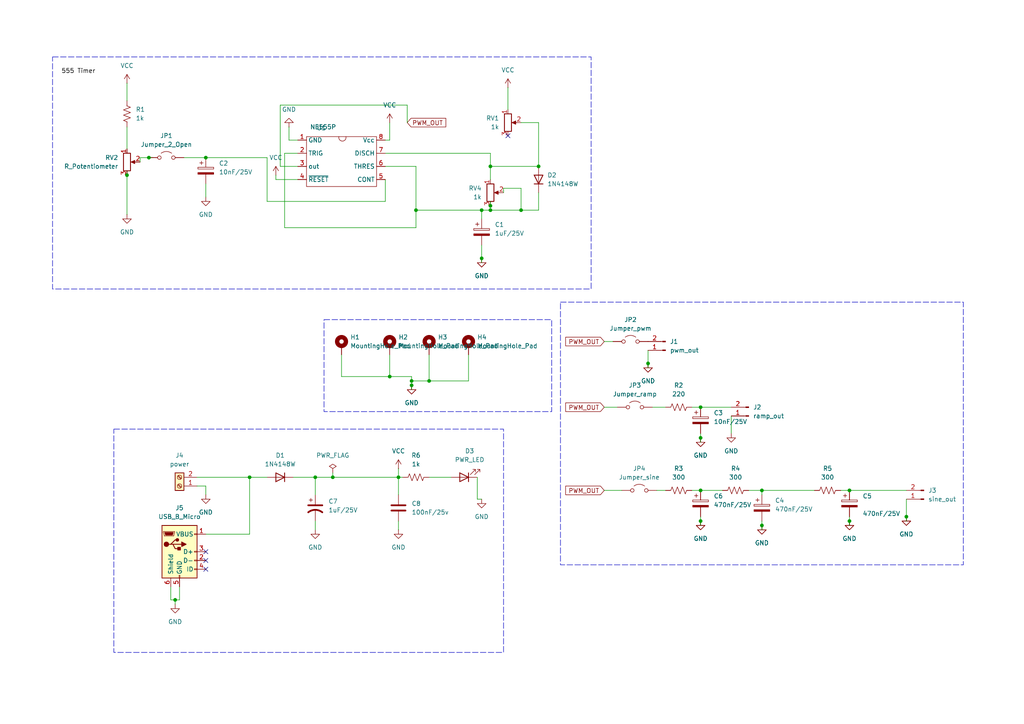
<source format=kicad_sch>
(kicad_sch
	(version 20231120)
	(generator "eeschema")
	(generator_version "8.0")
	(uuid "93f2d10f-a7e6-4e52-8018-2dd863064985")
	(paper "A4")
	(lib_symbols
		(symbol "Connector:Conn_01x02_Pin"
			(pin_names
				(offset 1.016) hide)
			(exclude_from_sim no)
			(in_bom yes)
			(on_board yes)
			(property "Reference" "J"
				(at 0 2.54 0)
				(effects
					(font
						(size 1.27 1.27)
					)
				)
			)
			(property "Value" "Conn_01x02_Pin"
				(at 0 -5.08 0)
				(effects
					(font
						(size 1.27 1.27)
					)
				)
			)
			(property "Footprint" ""
				(at 0 0 0)
				(effects
					(font
						(size 1.27 1.27)
					)
					(hide yes)
				)
			)
			(property "Datasheet" "~"
				(at 0 0 0)
				(effects
					(font
						(size 1.27 1.27)
					)
					(hide yes)
				)
			)
			(property "Description" "Generic connector, single row, 01x02, script generated"
				(at 0 0 0)
				(effects
					(font
						(size 1.27 1.27)
					)
					(hide yes)
				)
			)
			(property "ki_locked" ""
				(at 0 0 0)
				(effects
					(font
						(size 1.27 1.27)
					)
				)
			)
			(property "ki_keywords" "connector"
				(at 0 0 0)
				(effects
					(font
						(size 1.27 1.27)
					)
					(hide yes)
				)
			)
			(property "ki_fp_filters" "Connector*:*_1x??_*"
				(at 0 0 0)
				(effects
					(font
						(size 1.27 1.27)
					)
					(hide yes)
				)
			)
			(symbol "Conn_01x02_Pin_1_1"
				(polyline
					(pts
						(xy 1.27 -2.54) (xy 0.8636 -2.54)
					)
					(stroke
						(width 0.1524)
						(type default)
					)
					(fill
						(type none)
					)
				)
				(polyline
					(pts
						(xy 1.27 0) (xy 0.8636 0)
					)
					(stroke
						(width 0.1524)
						(type default)
					)
					(fill
						(type none)
					)
				)
				(rectangle
					(start 0.8636 -2.413)
					(end 0 -2.667)
					(stroke
						(width 0.1524)
						(type default)
					)
					(fill
						(type outline)
					)
				)
				(rectangle
					(start 0.8636 0.127)
					(end 0 -0.127)
					(stroke
						(width 0.1524)
						(type default)
					)
					(fill
						(type outline)
					)
				)
				(pin passive line
					(at 5.08 0 180)
					(length 3.81)
					(name "Pin_1"
						(effects
							(font
								(size 1.27 1.27)
							)
						)
					)
					(number "1"
						(effects
							(font
								(size 1.27 1.27)
							)
						)
					)
				)
				(pin passive line
					(at 5.08 -2.54 180)
					(length 3.81)
					(name "Pin_2"
						(effects
							(font
								(size 1.27 1.27)
							)
						)
					)
					(number "2"
						(effects
							(font
								(size 1.27 1.27)
							)
						)
					)
				)
			)
		)
		(symbol "Connector:Screw_Terminal_01x02"
			(pin_names
				(offset 1.016) hide)
			(exclude_from_sim no)
			(in_bom yes)
			(on_board yes)
			(property "Reference" "J"
				(at 0 2.54 0)
				(effects
					(font
						(size 1.27 1.27)
					)
				)
			)
			(property "Value" "Screw_Terminal_01x02"
				(at 0 -5.08 0)
				(effects
					(font
						(size 1.27 1.27)
					)
				)
			)
			(property "Footprint" ""
				(at 0 0 0)
				(effects
					(font
						(size 1.27 1.27)
					)
					(hide yes)
				)
			)
			(property "Datasheet" "~"
				(at 0 0 0)
				(effects
					(font
						(size 1.27 1.27)
					)
					(hide yes)
				)
			)
			(property "Description" "Generic screw terminal, single row, 01x02, script generated (kicad-library-utils/schlib/autogen/connector/)"
				(at 0 0 0)
				(effects
					(font
						(size 1.27 1.27)
					)
					(hide yes)
				)
			)
			(property "ki_keywords" "screw terminal"
				(at 0 0 0)
				(effects
					(font
						(size 1.27 1.27)
					)
					(hide yes)
				)
			)
			(property "ki_fp_filters" "TerminalBlock*:*"
				(at 0 0 0)
				(effects
					(font
						(size 1.27 1.27)
					)
					(hide yes)
				)
			)
			(symbol "Screw_Terminal_01x02_1_1"
				(rectangle
					(start -1.27 1.27)
					(end 1.27 -3.81)
					(stroke
						(width 0.254)
						(type default)
					)
					(fill
						(type background)
					)
				)
				(circle
					(center 0 -2.54)
					(radius 0.635)
					(stroke
						(width 0.1524)
						(type default)
					)
					(fill
						(type none)
					)
				)
				(polyline
					(pts
						(xy -0.5334 -2.2098) (xy 0.3302 -3.048)
					)
					(stroke
						(width 0.1524)
						(type default)
					)
					(fill
						(type none)
					)
				)
				(polyline
					(pts
						(xy -0.5334 0.3302) (xy 0.3302 -0.508)
					)
					(stroke
						(width 0.1524)
						(type default)
					)
					(fill
						(type none)
					)
				)
				(polyline
					(pts
						(xy -0.3556 -2.032) (xy 0.508 -2.8702)
					)
					(stroke
						(width 0.1524)
						(type default)
					)
					(fill
						(type none)
					)
				)
				(polyline
					(pts
						(xy -0.3556 0.508) (xy 0.508 -0.3302)
					)
					(stroke
						(width 0.1524)
						(type default)
					)
					(fill
						(type none)
					)
				)
				(circle
					(center 0 0)
					(radius 0.635)
					(stroke
						(width 0.1524)
						(type default)
					)
					(fill
						(type none)
					)
				)
				(pin passive line
					(at -5.08 0 0)
					(length 3.81)
					(name "Pin_1"
						(effects
							(font
								(size 1.27 1.27)
							)
						)
					)
					(number "1"
						(effects
							(font
								(size 1.27 1.27)
							)
						)
					)
				)
				(pin passive line
					(at -5.08 -2.54 0)
					(length 3.81)
					(name "Pin_2"
						(effects
							(font
								(size 1.27 1.27)
							)
						)
					)
					(number "2"
						(effects
							(font
								(size 1.27 1.27)
							)
						)
					)
				)
			)
		)
		(symbol "Connector:USB_B_Micro"
			(pin_names
				(offset 1.016)
			)
			(exclude_from_sim no)
			(in_bom yes)
			(on_board yes)
			(property "Reference" "J"
				(at -5.08 11.43 0)
				(effects
					(font
						(size 1.27 1.27)
					)
					(justify left)
				)
			)
			(property "Value" "USB_B_Micro"
				(at -5.08 8.89 0)
				(effects
					(font
						(size 1.27 1.27)
					)
					(justify left)
				)
			)
			(property "Footprint" ""
				(at 3.81 -1.27 0)
				(effects
					(font
						(size 1.27 1.27)
					)
					(hide yes)
				)
			)
			(property "Datasheet" "~"
				(at 3.81 -1.27 0)
				(effects
					(font
						(size 1.27 1.27)
					)
					(hide yes)
				)
			)
			(property "Description" "USB Micro Type B connector"
				(at 0 0 0)
				(effects
					(font
						(size 1.27 1.27)
					)
					(hide yes)
				)
			)
			(property "ki_keywords" "connector USB micro"
				(at 0 0 0)
				(effects
					(font
						(size 1.27 1.27)
					)
					(hide yes)
				)
			)
			(property "ki_fp_filters" "USB*"
				(at 0 0 0)
				(effects
					(font
						(size 1.27 1.27)
					)
					(hide yes)
				)
			)
			(symbol "USB_B_Micro_0_1"
				(rectangle
					(start -5.08 -7.62)
					(end 5.08 7.62)
					(stroke
						(width 0.254)
						(type default)
					)
					(fill
						(type background)
					)
				)
				(circle
					(center -3.81 2.159)
					(radius 0.635)
					(stroke
						(width 0.254)
						(type default)
					)
					(fill
						(type outline)
					)
				)
				(circle
					(center -0.635 3.429)
					(radius 0.381)
					(stroke
						(width 0.254)
						(type default)
					)
					(fill
						(type outline)
					)
				)
				(rectangle
					(start -0.127 -7.62)
					(end 0.127 -6.858)
					(stroke
						(width 0)
						(type default)
					)
					(fill
						(type none)
					)
				)
				(polyline
					(pts
						(xy -1.905 2.159) (xy 0.635 2.159)
					)
					(stroke
						(width 0.254)
						(type default)
					)
					(fill
						(type none)
					)
				)
				(polyline
					(pts
						(xy -3.175 2.159) (xy -2.54 2.159) (xy -1.27 3.429) (xy -0.635 3.429)
					)
					(stroke
						(width 0.254)
						(type default)
					)
					(fill
						(type none)
					)
				)
				(polyline
					(pts
						(xy -2.54 2.159) (xy -1.905 2.159) (xy -1.27 0.889) (xy 0 0.889)
					)
					(stroke
						(width 0.254)
						(type default)
					)
					(fill
						(type none)
					)
				)
				(polyline
					(pts
						(xy 0.635 2.794) (xy 0.635 1.524) (xy 1.905 2.159) (xy 0.635 2.794)
					)
					(stroke
						(width 0.254)
						(type default)
					)
					(fill
						(type outline)
					)
				)
				(polyline
					(pts
						(xy -4.318 5.588) (xy -1.778 5.588) (xy -2.032 4.826) (xy -4.064 4.826) (xy -4.318 5.588)
					)
					(stroke
						(width 0)
						(type default)
					)
					(fill
						(type outline)
					)
				)
				(polyline
					(pts
						(xy -4.699 5.842) (xy -4.699 5.588) (xy -4.445 4.826) (xy -4.445 4.572) (xy -1.651 4.572) (xy -1.651 4.826)
						(xy -1.397 5.588) (xy -1.397 5.842) (xy -4.699 5.842)
					)
					(stroke
						(width 0)
						(type default)
					)
					(fill
						(type none)
					)
				)
				(rectangle
					(start 0.254 1.27)
					(end -0.508 0.508)
					(stroke
						(width 0.254)
						(type default)
					)
					(fill
						(type outline)
					)
				)
				(rectangle
					(start 5.08 -5.207)
					(end 4.318 -4.953)
					(stroke
						(width 0)
						(type default)
					)
					(fill
						(type none)
					)
				)
				(rectangle
					(start 5.08 -2.667)
					(end 4.318 -2.413)
					(stroke
						(width 0)
						(type default)
					)
					(fill
						(type none)
					)
				)
				(rectangle
					(start 5.08 -0.127)
					(end 4.318 0.127)
					(stroke
						(width 0)
						(type default)
					)
					(fill
						(type none)
					)
				)
				(rectangle
					(start 5.08 4.953)
					(end 4.318 5.207)
					(stroke
						(width 0)
						(type default)
					)
					(fill
						(type none)
					)
				)
			)
			(symbol "USB_B_Micro_1_1"
				(pin power_out line
					(at 7.62 5.08 180)
					(length 2.54)
					(name "VBUS"
						(effects
							(font
								(size 1.27 1.27)
							)
						)
					)
					(number "1"
						(effects
							(font
								(size 1.27 1.27)
							)
						)
					)
				)
				(pin bidirectional line
					(at 7.62 -2.54 180)
					(length 2.54)
					(name "D-"
						(effects
							(font
								(size 1.27 1.27)
							)
						)
					)
					(number "2"
						(effects
							(font
								(size 1.27 1.27)
							)
						)
					)
				)
				(pin bidirectional line
					(at 7.62 0 180)
					(length 2.54)
					(name "D+"
						(effects
							(font
								(size 1.27 1.27)
							)
						)
					)
					(number "3"
						(effects
							(font
								(size 1.27 1.27)
							)
						)
					)
				)
				(pin passive line
					(at 7.62 -5.08 180)
					(length 2.54)
					(name "ID"
						(effects
							(font
								(size 1.27 1.27)
							)
						)
					)
					(number "4"
						(effects
							(font
								(size 1.27 1.27)
							)
						)
					)
				)
				(pin power_out line
					(at 0 -10.16 90)
					(length 2.54)
					(name "GND"
						(effects
							(font
								(size 1.27 1.27)
							)
						)
					)
					(number "5"
						(effects
							(font
								(size 1.27 1.27)
							)
						)
					)
				)
				(pin passive line
					(at -2.54 -10.16 90)
					(length 2.54)
					(name "Shield"
						(effects
							(font
								(size 1.27 1.27)
							)
						)
					)
					(number "6"
						(effects
							(font
								(size 1.27 1.27)
							)
						)
					)
				)
			)
		)
		(symbol "Device:C"
			(pin_numbers hide)
			(pin_names
				(offset 0.254)
			)
			(exclude_from_sim no)
			(in_bom yes)
			(on_board yes)
			(property "Reference" "C"
				(at 0.635 2.54 0)
				(effects
					(font
						(size 1.27 1.27)
					)
					(justify left)
				)
			)
			(property "Value" "C"
				(at 0.635 -2.54 0)
				(effects
					(font
						(size 1.27 1.27)
					)
					(justify left)
				)
			)
			(property "Footprint" ""
				(at 0.9652 -3.81 0)
				(effects
					(font
						(size 1.27 1.27)
					)
					(hide yes)
				)
			)
			(property "Datasheet" "~"
				(at 0 0 0)
				(effects
					(font
						(size 1.27 1.27)
					)
					(hide yes)
				)
			)
			(property "Description" "Unpolarized capacitor"
				(at 0 0 0)
				(effects
					(font
						(size 1.27 1.27)
					)
					(hide yes)
				)
			)
			(property "ki_keywords" "cap capacitor"
				(at 0 0 0)
				(effects
					(font
						(size 1.27 1.27)
					)
					(hide yes)
				)
			)
			(property "ki_fp_filters" "C_*"
				(at 0 0 0)
				(effects
					(font
						(size 1.27 1.27)
					)
					(hide yes)
				)
			)
			(symbol "C_0_1"
				(polyline
					(pts
						(xy -2.032 -0.762) (xy 2.032 -0.762)
					)
					(stroke
						(width 0.508)
						(type default)
					)
					(fill
						(type none)
					)
				)
				(polyline
					(pts
						(xy -2.032 0.762) (xy 2.032 0.762)
					)
					(stroke
						(width 0.508)
						(type default)
					)
					(fill
						(type none)
					)
				)
			)
			(symbol "C_1_1"
				(pin passive line
					(at 0 3.81 270)
					(length 2.794)
					(name "~"
						(effects
							(font
								(size 1.27 1.27)
							)
						)
					)
					(number "1"
						(effects
							(font
								(size 1.27 1.27)
							)
						)
					)
				)
				(pin passive line
					(at 0 -3.81 90)
					(length 2.794)
					(name "~"
						(effects
							(font
								(size 1.27 1.27)
							)
						)
					)
					(number "2"
						(effects
							(font
								(size 1.27 1.27)
							)
						)
					)
				)
			)
		)
		(symbol "Device:C_Polarized"
			(pin_numbers hide)
			(pin_names
				(offset 0.254)
			)
			(exclude_from_sim no)
			(in_bom yes)
			(on_board yes)
			(property "Reference" "C"
				(at 0.635 2.54 0)
				(effects
					(font
						(size 1.27 1.27)
					)
					(justify left)
				)
			)
			(property "Value" "C_Polarized"
				(at 0.635 -2.54 0)
				(effects
					(font
						(size 1.27 1.27)
					)
					(justify left)
				)
			)
			(property "Footprint" ""
				(at 0.9652 -3.81 0)
				(effects
					(font
						(size 1.27 1.27)
					)
					(hide yes)
				)
			)
			(property "Datasheet" "~"
				(at 0 0 0)
				(effects
					(font
						(size 1.27 1.27)
					)
					(hide yes)
				)
			)
			(property "Description" "Polarized capacitor"
				(at 0 0 0)
				(effects
					(font
						(size 1.27 1.27)
					)
					(hide yes)
				)
			)
			(property "ki_keywords" "cap capacitor"
				(at 0 0 0)
				(effects
					(font
						(size 1.27 1.27)
					)
					(hide yes)
				)
			)
			(property "ki_fp_filters" "CP_*"
				(at 0 0 0)
				(effects
					(font
						(size 1.27 1.27)
					)
					(hide yes)
				)
			)
			(symbol "C_Polarized_0_1"
				(rectangle
					(start -2.286 0.508)
					(end 2.286 1.016)
					(stroke
						(width 0)
						(type default)
					)
					(fill
						(type none)
					)
				)
				(polyline
					(pts
						(xy -1.778 2.286) (xy -0.762 2.286)
					)
					(stroke
						(width 0)
						(type default)
					)
					(fill
						(type none)
					)
				)
				(polyline
					(pts
						(xy -1.27 2.794) (xy -1.27 1.778)
					)
					(stroke
						(width 0)
						(type default)
					)
					(fill
						(type none)
					)
				)
				(rectangle
					(start 2.286 -0.508)
					(end -2.286 -1.016)
					(stroke
						(width 0)
						(type default)
					)
					(fill
						(type outline)
					)
				)
			)
			(symbol "C_Polarized_1_1"
				(pin passive line
					(at 0 3.81 270)
					(length 2.794)
					(name "~"
						(effects
							(font
								(size 1.27 1.27)
							)
						)
					)
					(number "1"
						(effects
							(font
								(size 1.27 1.27)
							)
						)
					)
				)
				(pin passive line
					(at 0 -3.81 90)
					(length 2.794)
					(name "~"
						(effects
							(font
								(size 1.27 1.27)
							)
						)
					)
					(number "2"
						(effects
							(font
								(size 1.27 1.27)
							)
						)
					)
				)
			)
		)
		(symbol "Device:C_Polarized_US"
			(pin_numbers hide)
			(pin_names
				(offset 0.254) hide)
			(exclude_from_sim no)
			(in_bom yes)
			(on_board yes)
			(property "Reference" "C"
				(at 0.635 2.54 0)
				(effects
					(font
						(size 1.27 1.27)
					)
					(justify left)
				)
			)
			(property "Value" "C_Polarized_US"
				(at 0.635 -2.54 0)
				(effects
					(font
						(size 1.27 1.27)
					)
					(justify left)
				)
			)
			(property "Footprint" ""
				(at 0 0 0)
				(effects
					(font
						(size 1.27 1.27)
					)
					(hide yes)
				)
			)
			(property "Datasheet" "~"
				(at 0 0 0)
				(effects
					(font
						(size 1.27 1.27)
					)
					(hide yes)
				)
			)
			(property "Description" "Polarized capacitor, US symbol"
				(at 0 0 0)
				(effects
					(font
						(size 1.27 1.27)
					)
					(hide yes)
				)
			)
			(property "ki_keywords" "cap capacitor"
				(at 0 0 0)
				(effects
					(font
						(size 1.27 1.27)
					)
					(hide yes)
				)
			)
			(property "ki_fp_filters" "CP_*"
				(at 0 0 0)
				(effects
					(font
						(size 1.27 1.27)
					)
					(hide yes)
				)
			)
			(symbol "C_Polarized_US_0_1"
				(polyline
					(pts
						(xy -2.032 0.762) (xy 2.032 0.762)
					)
					(stroke
						(width 0.508)
						(type default)
					)
					(fill
						(type none)
					)
				)
				(polyline
					(pts
						(xy -1.778 2.286) (xy -0.762 2.286)
					)
					(stroke
						(width 0)
						(type default)
					)
					(fill
						(type none)
					)
				)
				(polyline
					(pts
						(xy -1.27 1.778) (xy -1.27 2.794)
					)
					(stroke
						(width 0)
						(type default)
					)
					(fill
						(type none)
					)
				)
				(arc
					(start 2.032 -1.27)
					(mid 0 -0.5572)
					(end -2.032 -1.27)
					(stroke
						(width 0.508)
						(type default)
					)
					(fill
						(type none)
					)
				)
			)
			(symbol "C_Polarized_US_1_1"
				(pin passive line
					(at 0 3.81 270)
					(length 2.794)
					(name "~"
						(effects
							(font
								(size 1.27 1.27)
							)
						)
					)
					(number "1"
						(effects
							(font
								(size 1.27 1.27)
							)
						)
					)
				)
				(pin passive line
					(at 0 -3.81 90)
					(length 3.302)
					(name "~"
						(effects
							(font
								(size 1.27 1.27)
							)
						)
					)
					(number "2"
						(effects
							(font
								(size 1.27 1.27)
							)
						)
					)
				)
			)
		)
		(symbol "Device:LED"
			(pin_numbers hide)
			(pin_names
				(offset 1.016) hide)
			(exclude_from_sim no)
			(in_bom yes)
			(on_board yes)
			(property "Reference" "D"
				(at 0 2.54 0)
				(effects
					(font
						(size 1.27 1.27)
					)
				)
			)
			(property "Value" "LED"
				(at 0 -2.54 0)
				(effects
					(font
						(size 1.27 1.27)
					)
				)
			)
			(property "Footprint" ""
				(at 0 0 0)
				(effects
					(font
						(size 1.27 1.27)
					)
					(hide yes)
				)
			)
			(property "Datasheet" "~"
				(at 0 0 0)
				(effects
					(font
						(size 1.27 1.27)
					)
					(hide yes)
				)
			)
			(property "Description" "Light emitting diode"
				(at 0 0 0)
				(effects
					(font
						(size 1.27 1.27)
					)
					(hide yes)
				)
			)
			(property "ki_keywords" "LED diode"
				(at 0 0 0)
				(effects
					(font
						(size 1.27 1.27)
					)
					(hide yes)
				)
			)
			(property "ki_fp_filters" "LED* LED_SMD:* LED_THT:*"
				(at 0 0 0)
				(effects
					(font
						(size 1.27 1.27)
					)
					(hide yes)
				)
			)
			(symbol "LED_0_1"
				(polyline
					(pts
						(xy -1.27 -1.27) (xy -1.27 1.27)
					)
					(stroke
						(width 0.254)
						(type default)
					)
					(fill
						(type none)
					)
				)
				(polyline
					(pts
						(xy -1.27 0) (xy 1.27 0)
					)
					(stroke
						(width 0)
						(type default)
					)
					(fill
						(type none)
					)
				)
				(polyline
					(pts
						(xy 1.27 -1.27) (xy 1.27 1.27) (xy -1.27 0) (xy 1.27 -1.27)
					)
					(stroke
						(width 0.254)
						(type default)
					)
					(fill
						(type none)
					)
				)
				(polyline
					(pts
						(xy -3.048 -0.762) (xy -4.572 -2.286) (xy -3.81 -2.286) (xy -4.572 -2.286) (xy -4.572 -1.524)
					)
					(stroke
						(width 0)
						(type default)
					)
					(fill
						(type none)
					)
				)
				(polyline
					(pts
						(xy -1.778 -0.762) (xy -3.302 -2.286) (xy -2.54 -2.286) (xy -3.302 -2.286) (xy -3.302 -1.524)
					)
					(stroke
						(width 0)
						(type default)
					)
					(fill
						(type none)
					)
				)
			)
			(symbol "LED_1_1"
				(pin passive line
					(at -3.81 0 0)
					(length 2.54)
					(name "K"
						(effects
							(font
								(size 1.27 1.27)
							)
						)
					)
					(number "1"
						(effects
							(font
								(size 1.27 1.27)
							)
						)
					)
				)
				(pin passive line
					(at 3.81 0 180)
					(length 2.54)
					(name "A"
						(effects
							(font
								(size 1.27 1.27)
							)
						)
					)
					(number "2"
						(effects
							(font
								(size 1.27 1.27)
							)
						)
					)
				)
			)
		)
		(symbol "Device:R_Potentiometer"
			(pin_names
				(offset 1.016) hide)
			(exclude_from_sim no)
			(in_bom yes)
			(on_board yes)
			(property "Reference" "RV"
				(at -4.445 0 90)
				(effects
					(font
						(size 1.27 1.27)
					)
				)
			)
			(property "Value" "R_Potentiometer"
				(at -2.54 0 90)
				(effects
					(font
						(size 1.27 1.27)
					)
				)
			)
			(property "Footprint" ""
				(at 0 0 0)
				(effects
					(font
						(size 1.27 1.27)
					)
					(hide yes)
				)
			)
			(property "Datasheet" "~"
				(at 0 0 0)
				(effects
					(font
						(size 1.27 1.27)
					)
					(hide yes)
				)
			)
			(property "Description" "Potentiometer"
				(at 0 0 0)
				(effects
					(font
						(size 1.27 1.27)
					)
					(hide yes)
				)
			)
			(property "ki_keywords" "resistor variable"
				(at 0 0 0)
				(effects
					(font
						(size 1.27 1.27)
					)
					(hide yes)
				)
			)
			(property "ki_fp_filters" "Potentiometer*"
				(at 0 0 0)
				(effects
					(font
						(size 1.27 1.27)
					)
					(hide yes)
				)
			)
			(symbol "R_Potentiometer_0_1"
				(polyline
					(pts
						(xy 2.54 0) (xy 1.524 0)
					)
					(stroke
						(width 0)
						(type default)
					)
					(fill
						(type none)
					)
				)
				(polyline
					(pts
						(xy 1.143 0) (xy 2.286 0.508) (xy 2.286 -0.508) (xy 1.143 0)
					)
					(stroke
						(width 0)
						(type default)
					)
					(fill
						(type outline)
					)
				)
				(rectangle
					(start 1.016 2.54)
					(end -1.016 -2.54)
					(stroke
						(width 0.254)
						(type default)
					)
					(fill
						(type none)
					)
				)
			)
			(symbol "R_Potentiometer_1_1"
				(pin passive line
					(at 0 3.81 270)
					(length 1.27)
					(name "1"
						(effects
							(font
								(size 1.27 1.27)
							)
						)
					)
					(number "1"
						(effects
							(font
								(size 1.27 1.27)
							)
						)
					)
				)
				(pin passive line
					(at 3.81 0 180)
					(length 1.27)
					(name "2"
						(effects
							(font
								(size 1.27 1.27)
							)
						)
					)
					(number "2"
						(effects
							(font
								(size 1.27 1.27)
							)
						)
					)
				)
				(pin passive line
					(at 0 -3.81 90)
					(length 1.27)
					(name "3"
						(effects
							(font
								(size 1.27 1.27)
							)
						)
					)
					(number "3"
						(effects
							(font
								(size 1.27 1.27)
							)
						)
					)
				)
			)
		)
		(symbol "Device:R_US"
			(pin_numbers hide)
			(pin_names
				(offset 0)
			)
			(exclude_from_sim no)
			(in_bom yes)
			(on_board yes)
			(property "Reference" "R"
				(at 2.54 0 90)
				(effects
					(font
						(size 1.27 1.27)
					)
				)
			)
			(property "Value" "R_US"
				(at -2.54 0 90)
				(effects
					(font
						(size 1.27 1.27)
					)
				)
			)
			(property "Footprint" ""
				(at 1.016 -0.254 90)
				(effects
					(font
						(size 1.27 1.27)
					)
					(hide yes)
				)
			)
			(property "Datasheet" "~"
				(at 0 0 0)
				(effects
					(font
						(size 1.27 1.27)
					)
					(hide yes)
				)
			)
			(property "Description" "Resistor, US symbol"
				(at 0 0 0)
				(effects
					(font
						(size 1.27 1.27)
					)
					(hide yes)
				)
			)
			(property "ki_keywords" "R res resistor"
				(at 0 0 0)
				(effects
					(font
						(size 1.27 1.27)
					)
					(hide yes)
				)
			)
			(property "ki_fp_filters" "R_*"
				(at 0 0 0)
				(effects
					(font
						(size 1.27 1.27)
					)
					(hide yes)
				)
			)
			(symbol "R_US_0_1"
				(polyline
					(pts
						(xy 0 -2.286) (xy 0 -2.54)
					)
					(stroke
						(width 0)
						(type default)
					)
					(fill
						(type none)
					)
				)
				(polyline
					(pts
						(xy 0 2.286) (xy 0 2.54)
					)
					(stroke
						(width 0)
						(type default)
					)
					(fill
						(type none)
					)
				)
				(polyline
					(pts
						(xy 0 -0.762) (xy 1.016 -1.143) (xy 0 -1.524) (xy -1.016 -1.905) (xy 0 -2.286)
					)
					(stroke
						(width 0)
						(type default)
					)
					(fill
						(type none)
					)
				)
				(polyline
					(pts
						(xy 0 0.762) (xy 1.016 0.381) (xy 0 0) (xy -1.016 -0.381) (xy 0 -0.762)
					)
					(stroke
						(width 0)
						(type default)
					)
					(fill
						(type none)
					)
				)
				(polyline
					(pts
						(xy 0 2.286) (xy 1.016 1.905) (xy 0 1.524) (xy -1.016 1.143) (xy 0 0.762)
					)
					(stroke
						(width 0)
						(type default)
					)
					(fill
						(type none)
					)
				)
			)
			(symbol "R_US_1_1"
				(pin passive line
					(at 0 3.81 270)
					(length 1.27)
					(name "~"
						(effects
							(font
								(size 1.27 1.27)
							)
						)
					)
					(number "1"
						(effects
							(font
								(size 1.27 1.27)
							)
						)
					)
				)
				(pin passive line
					(at 0 -3.81 90)
					(length 1.27)
					(name "~"
						(effects
							(font
								(size 1.27 1.27)
							)
						)
					)
					(number "2"
						(effects
							(font
								(size 1.27 1.27)
							)
						)
					)
				)
			)
		)
		(symbol "Diode:1N4148W"
			(pin_numbers hide)
			(pin_names hide)
			(exclude_from_sim no)
			(in_bom yes)
			(on_board yes)
			(property "Reference" "D"
				(at 0 2.54 0)
				(effects
					(font
						(size 1.27 1.27)
					)
				)
			)
			(property "Value" "1N4148W"
				(at 0 -2.54 0)
				(effects
					(font
						(size 1.27 1.27)
					)
				)
			)
			(property "Footprint" "Diode_SMD:D_SOD-123"
				(at 0 -4.445 0)
				(effects
					(font
						(size 1.27 1.27)
					)
					(hide yes)
				)
			)
			(property "Datasheet" "https://www.vishay.com/docs/85748/1n4148w.pdf"
				(at 0 0 0)
				(effects
					(font
						(size 1.27 1.27)
					)
					(hide yes)
				)
			)
			(property "Description" "75V 0.15A Fast Switching Diode, SOD-123"
				(at 0 0 0)
				(effects
					(font
						(size 1.27 1.27)
					)
					(hide yes)
				)
			)
			(property "Sim.Device" "D"
				(at 0 0 0)
				(effects
					(font
						(size 1.27 1.27)
					)
					(hide yes)
				)
			)
			(property "Sim.Pins" "1=K 2=A"
				(at 0 0 0)
				(effects
					(font
						(size 1.27 1.27)
					)
					(hide yes)
				)
			)
			(property "ki_keywords" "diode"
				(at 0 0 0)
				(effects
					(font
						(size 1.27 1.27)
					)
					(hide yes)
				)
			)
			(property "ki_fp_filters" "D*SOD?123*"
				(at 0 0 0)
				(effects
					(font
						(size 1.27 1.27)
					)
					(hide yes)
				)
			)
			(symbol "1N4148W_0_1"
				(polyline
					(pts
						(xy -1.27 1.27) (xy -1.27 -1.27)
					)
					(stroke
						(width 0.254)
						(type default)
					)
					(fill
						(type none)
					)
				)
				(polyline
					(pts
						(xy 1.27 0) (xy -1.27 0)
					)
					(stroke
						(width 0)
						(type default)
					)
					(fill
						(type none)
					)
				)
				(polyline
					(pts
						(xy 1.27 1.27) (xy 1.27 -1.27) (xy -1.27 0) (xy 1.27 1.27)
					)
					(stroke
						(width 0.254)
						(type default)
					)
					(fill
						(type none)
					)
				)
			)
			(symbol "1N4148W_1_1"
				(pin passive line
					(at -3.81 0 0)
					(length 2.54)
					(name "K"
						(effects
							(font
								(size 1.27 1.27)
							)
						)
					)
					(number "1"
						(effects
							(font
								(size 1.27 1.27)
							)
						)
					)
				)
				(pin passive line
					(at 3.81 0 180)
					(length 2.54)
					(name "A"
						(effects
							(font
								(size 1.27 1.27)
							)
						)
					)
					(number "2"
						(effects
							(font
								(size 1.27 1.27)
							)
						)
					)
				)
			)
		)
		(symbol "Jumper:Jumper_2_Open"
			(pin_numbers hide)
			(pin_names
				(offset 0) hide)
			(exclude_from_sim yes)
			(in_bom yes)
			(on_board yes)
			(property "Reference" "JP"
				(at 0 2.794 0)
				(effects
					(font
						(size 1.27 1.27)
					)
				)
			)
			(property "Value" "Jumper_2_Open"
				(at 0 -2.286 0)
				(effects
					(font
						(size 1.27 1.27)
					)
				)
			)
			(property "Footprint" ""
				(at 0 0 0)
				(effects
					(font
						(size 1.27 1.27)
					)
					(hide yes)
				)
			)
			(property "Datasheet" "~"
				(at 0 0 0)
				(effects
					(font
						(size 1.27 1.27)
					)
					(hide yes)
				)
			)
			(property "Description" "Jumper, 2-pole, open"
				(at 0 0 0)
				(effects
					(font
						(size 1.27 1.27)
					)
					(hide yes)
				)
			)
			(property "ki_keywords" "Jumper SPST"
				(at 0 0 0)
				(effects
					(font
						(size 1.27 1.27)
					)
					(hide yes)
				)
			)
			(property "ki_fp_filters" "Jumper* TestPoint*2Pads* TestPoint*Bridge*"
				(at 0 0 0)
				(effects
					(font
						(size 1.27 1.27)
					)
					(hide yes)
				)
			)
			(symbol "Jumper_2_Open_0_0"
				(circle
					(center -2.032 0)
					(radius 0.508)
					(stroke
						(width 0)
						(type default)
					)
					(fill
						(type none)
					)
				)
				(circle
					(center 2.032 0)
					(radius 0.508)
					(stroke
						(width 0)
						(type default)
					)
					(fill
						(type none)
					)
				)
			)
			(symbol "Jumper_2_Open_0_1"
				(arc
					(start 1.524 1.27)
					(mid 0 1.778)
					(end -1.524 1.27)
					(stroke
						(width 0)
						(type default)
					)
					(fill
						(type none)
					)
				)
			)
			(symbol "Jumper_2_Open_1_1"
				(pin passive line
					(at -5.08 0 0)
					(length 2.54)
					(name "A"
						(effects
							(font
								(size 1.27 1.27)
							)
						)
					)
					(number "1"
						(effects
							(font
								(size 1.27 1.27)
							)
						)
					)
				)
				(pin passive line
					(at 5.08 0 180)
					(length 2.54)
					(name "B"
						(effects
							(font
								(size 1.27 1.27)
							)
						)
					)
					(number "2"
						(effects
							(font
								(size 1.27 1.27)
							)
						)
					)
				)
			)
		)
		(symbol "Mechanical:MountingHole_Pad"
			(pin_numbers hide)
			(pin_names
				(offset 1.016) hide)
			(exclude_from_sim yes)
			(in_bom no)
			(on_board yes)
			(property "Reference" "H"
				(at 0 6.35 0)
				(effects
					(font
						(size 1.27 1.27)
					)
				)
			)
			(property "Value" "MountingHole_Pad"
				(at 0 4.445 0)
				(effects
					(font
						(size 1.27 1.27)
					)
				)
			)
			(property "Footprint" ""
				(at 0 0 0)
				(effects
					(font
						(size 1.27 1.27)
					)
					(hide yes)
				)
			)
			(property "Datasheet" "~"
				(at 0 0 0)
				(effects
					(font
						(size 1.27 1.27)
					)
					(hide yes)
				)
			)
			(property "Description" "Mounting Hole with connection"
				(at 0 0 0)
				(effects
					(font
						(size 1.27 1.27)
					)
					(hide yes)
				)
			)
			(property "ki_keywords" "mounting hole"
				(at 0 0 0)
				(effects
					(font
						(size 1.27 1.27)
					)
					(hide yes)
				)
			)
			(property "ki_fp_filters" "MountingHole*Pad*"
				(at 0 0 0)
				(effects
					(font
						(size 1.27 1.27)
					)
					(hide yes)
				)
			)
			(symbol "MountingHole_Pad_0_1"
				(circle
					(center 0 1.27)
					(radius 1.27)
					(stroke
						(width 1.27)
						(type default)
					)
					(fill
						(type none)
					)
				)
			)
			(symbol "MountingHole_Pad_1_1"
				(pin input line
					(at 0 -2.54 90)
					(length 2.54)
					(name "1"
						(effects
							(font
								(size 1.27 1.27)
							)
						)
					)
					(number "1"
						(effects
							(font
								(size 1.27 1.27)
							)
						)
					)
				)
			)
		)
		(symbol "ne555_p:u_model"
			(exclude_from_sim no)
			(in_bom yes)
			(on_board yes)
			(property "Reference" "U"
				(at 11.43 1.778 0)
				(effects
					(font
						(size 1.27 1.27)
					)
				)
			)
			(property "Value" "NE555P"
				(at 11.43 -16.764 0)
				(effects
					(font
						(size 1.27 1.27)
					)
				)
			)
			(property "Footprint" ""
				(at 0 0 0)
				(effects
					(font
						(size 1.27 1.27)
					)
					(hide yes)
				)
			)
			(property "Datasheet" ""
				(at 0 0 0)
				(effects
					(font
						(size 1.27 1.27)
					)
					(hide yes)
				)
			)
			(property "Description" ""
				(at 0 0 0)
				(effects
					(font
						(size 1.27 1.27)
					)
					(hide yes)
				)
			)
			(symbol "u_model_0_1"
				(rectangle
					(start 1.27 -0.254)
					(end 21.59 -14.732)
					(stroke
						(width 0)
						(type default)
					)
					(fill
						(type none)
					)
				)
				(arc
					(start 10.668 -0.254)
					(mid 11.684 -1.5553)
					(end 12.7 -0.254)
					(stroke
						(width 0)
						(type default)
					)
					(fill
						(type none)
					)
				)
			)
			(symbol "u_model_1_1"
				(pin power_in line
					(at -1.27 -1.27 0)
					(length 2.54)
					(name "GND"
						(effects
							(font
								(size 1.27 1.27)
							)
						)
					)
					(number "1"
						(effects
							(font
								(size 1.27 1.27)
							)
						)
					)
				)
				(pin input line
					(at -1.27 -5.08 0)
					(length 2.54)
					(name "TRIG"
						(effects
							(font
								(size 1.27 1.27)
							)
						)
					)
					(number "2"
						(effects
							(font
								(size 1.27 1.27)
							)
						)
					)
				)
				(pin output line
					(at -1.27 -8.89 0)
					(length 2.54)
					(name "out"
						(effects
							(font
								(size 1.27 1.27)
							)
						)
					)
					(number "3"
						(effects
							(font
								(size 1.27 1.27)
							)
						)
					)
				)
				(pin input line
					(at -1.27 -12.7 0)
					(length 2.54)
					(name "~{RESET}"
						(effects
							(font
								(size 1.27 1.27)
							)
						)
					)
					(number "4"
						(effects
							(font
								(size 1.27 1.27)
							)
						)
					)
				)
				(pin input line
					(at 24.13 -12.7 180)
					(length 2.54)
					(name "CONT"
						(effects
							(font
								(size 1.27 1.27)
							)
						)
					)
					(number "5"
						(effects
							(font
								(size 1.27 1.27)
							)
						)
					)
				)
				(pin input line
					(at 24.13 -8.89 180)
					(length 2.54)
					(name "THRES"
						(effects
							(font
								(size 1.27 1.27)
							)
						)
					)
					(number "6"
						(effects
							(font
								(size 1.27 1.27)
							)
						)
					)
				)
				(pin input line
					(at 24.13 -5.08 180)
					(length 2.54)
					(name "DISCH"
						(effects
							(font
								(size 1.27 1.27)
							)
						)
					)
					(number "7"
						(effects
							(font
								(size 1.27 1.27)
							)
						)
					)
				)
				(pin power_in line
					(at 24.13 -1.27 180)
					(length 2.54)
					(name "Vcc"
						(effects
							(font
								(size 1.27 1.27)
							)
						)
					)
					(number "8"
						(effects
							(font
								(size 1.27 1.27)
							)
						)
					)
				)
			)
		)
		(symbol "power:GND"
			(power)
			(pin_numbers hide)
			(pin_names
				(offset 0) hide)
			(exclude_from_sim no)
			(in_bom yes)
			(on_board yes)
			(property "Reference" "#PWR"
				(at 0 -6.35 0)
				(effects
					(font
						(size 1.27 1.27)
					)
					(hide yes)
				)
			)
			(property "Value" "GND"
				(at 0 -3.81 0)
				(effects
					(font
						(size 1.27 1.27)
					)
				)
			)
			(property "Footprint" ""
				(at 0 0 0)
				(effects
					(font
						(size 1.27 1.27)
					)
					(hide yes)
				)
			)
			(property "Datasheet" ""
				(at 0 0 0)
				(effects
					(font
						(size 1.27 1.27)
					)
					(hide yes)
				)
			)
			(property "Description" "Power symbol creates a global label with name \"GND\" , ground"
				(at 0 0 0)
				(effects
					(font
						(size 1.27 1.27)
					)
					(hide yes)
				)
			)
			(property "ki_keywords" "global power"
				(at 0 0 0)
				(effects
					(font
						(size 1.27 1.27)
					)
					(hide yes)
				)
			)
			(symbol "GND_0_1"
				(polyline
					(pts
						(xy 0 0) (xy 0 -1.27) (xy 1.27 -1.27) (xy 0 -2.54) (xy -1.27 -1.27) (xy 0 -1.27)
					)
					(stroke
						(width 0)
						(type default)
					)
					(fill
						(type none)
					)
				)
			)
			(symbol "GND_1_1"
				(pin power_in line
					(at 0 0 270)
					(length 0)
					(name "~"
						(effects
							(font
								(size 1.27 1.27)
							)
						)
					)
					(number "1"
						(effects
							(font
								(size 1.27 1.27)
							)
						)
					)
				)
			)
		)
		(symbol "power:PWR_FLAG"
			(power)
			(pin_numbers hide)
			(pin_names
				(offset 0) hide)
			(exclude_from_sim no)
			(in_bom yes)
			(on_board yes)
			(property "Reference" "#FLG"
				(at 0 1.905 0)
				(effects
					(font
						(size 1.27 1.27)
					)
					(hide yes)
				)
			)
			(property "Value" "PWR_FLAG"
				(at 0 3.81 0)
				(effects
					(font
						(size 1.27 1.27)
					)
				)
			)
			(property "Footprint" ""
				(at 0 0 0)
				(effects
					(font
						(size 1.27 1.27)
					)
					(hide yes)
				)
			)
			(property "Datasheet" "~"
				(at 0 0 0)
				(effects
					(font
						(size 1.27 1.27)
					)
					(hide yes)
				)
			)
			(property "Description" "Special symbol for telling ERC where power comes from"
				(at 0 0 0)
				(effects
					(font
						(size 1.27 1.27)
					)
					(hide yes)
				)
			)
			(property "ki_keywords" "flag power"
				(at 0 0 0)
				(effects
					(font
						(size 1.27 1.27)
					)
					(hide yes)
				)
			)
			(symbol "PWR_FLAG_0_0"
				(pin power_out line
					(at 0 0 90)
					(length 0)
					(name "~"
						(effects
							(font
								(size 1.27 1.27)
							)
						)
					)
					(number "1"
						(effects
							(font
								(size 1.27 1.27)
							)
						)
					)
				)
			)
			(symbol "PWR_FLAG_0_1"
				(polyline
					(pts
						(xy 0 0) (xy 0 1.27) (xy -1.016 1.905) (xy 0 2.54) (xy 1.016 1.905) (xy 0 1.27)
					)
					(stroke
						(width 0)
						(type default)
					)
					(fill
						(type none)
					)
				)
			)
		)
		(symbol "power:VCC"
			(power)
			(pin_numbers hide)
			(pin_names
				(offset 0) hide)
			(exclude_from_sim no)
			(in_bom yes)
			(on_board yes)
			(property "Reference" "#PWR"
				(at 0 -3.81 0)
				(effects
					(font
						(size 1.27 1.27)
					)
					(hide yes)
				)
			)
			(property "Value" "VCC"
				(at 0 3.556 0)
				(effects
					(font
						(size 1.27 1.27)
					)
				)
			)
			(property "Footprint" ""
				(at 0 0 0)
				(effects
					(font
						(size 1.27 1.27)
					)
					(hide yes)
				)
			)
			(property "Datasheet" ""
				(at 0 0 0)
				(effects
					(font
						(size 1.27 1.27)
					)
					(hide yes)
				)
			)
			(property "Description" "Power symbol creates a global label with name \"VCC\""
				(at 0 0 0)
				(effects
					(font
						(size 1.27 1.27)
					)
					(hide yes)
				)
			)
			(property "ki_keywords" "global power"
				(at 0 0 0)
				(effects
					(font
						(size 1.27 1.27)
					)
					(hide yes)
				)
			)
			(symbol "VCC_0_1"
				(polyline
					(pts
						(xy -0.762 1.27) (xy 0 2.54)
					)
					(stroke
						(width 0)
						(type default)
					)
					(fill
						(type none)
					)
				)
				(polyline
					(pts
						(xy 0 0) (xy 0 2.54)
					)
					(stroke
						(width 0)
						(type default)
					)
					(fill
						(type none)
					)
				)
				(polyline
					(pts
						(xy 0 2.54) (xy 0.762 1.27)
					)
					(stroke
						(width 0)
						(type default)
					)
					(fill
						(type none)
					)
				)
			)
			(symbol "VCC_1_1"
				(pin power_in line
					(at 0 0 90)
					(length 0)
					(name "~"
						(effects
							(font
								(size 1.27 1.27)
							)
						)
					)
					(number "1"
						(effects
							(font
								(size 1.27 1.27)
							)
						)
					)
				)
			)
		)
	)
	(junction
		(at 139.7 74.93)
		(diameter 0)
		(color 0 0 0 0)
		(uuid "005b3632-f619-4096-b84b-eb98afa549d6")
	)
	(junction
		(at 72.39 138.43)
		(diameter 0)
		(color 0 0 0 0)
		(uuid "061cb413-0baa-4796-a93a-fd11a19d5a47")
	)
	(junction
		(at 203.2 127)
		(diameter 0)
		(color 0 0 0 0)
		(uuid "07687e24-8f9c-46d8-9116-38b9d786d32c")
	)
	(junction
		(at 262.89 149.86)
		(diameter 0)
		(color 0 0 0 0)
		(uuid "08291b22-0fa9-4cf3-bdac-c9a35d1677f7")
	)
	(junction
		(at 50.8 173.99)
		(diameter 0)
		(color 0 0 0 0)
		(uuid "1f6ed0ea-139a-4c7c-a704-ceca55ac07ef")
	)
	(junction
		(at 96.52 138.43)
		(diameter 0)
		(color 0 0 0 0)
		(uuid "2a8c0c5c-cc8a-475c-9e75-1cd2c6370f7d")
	)
	(junction
		(at 43.18 45.72)
		(diameter 0)
		(color 0 0 0 0)
		(uuid "3cbdfa80-9d77-41ea-b14c-18101397fd84")
	)
	(junction
		(at 113.03 109.22)
		(diameter 0)
		(color 0 0 0 0)
		(uuid "479bf8f1-7f8c-4b73-b682-701110096d51")
	)
	(junction
		(at 142.24 59.69)
		(diameter 0)
		(color 0 0 0 0)
		(uuid "47b41a95-1210-43f3-aa4c-f03ad7ffb068")
	)
	(junction
		(at 115.57 138.43)
		(diameter 0)
		(color 0 0 0 0)
		(uuid "5e77ea4d-2695-439d-b600-4266175a6d7a")
	)
	(junction
		(at 187.96 105.41)
		(diameter 0)
		(color 0 0 0 0)
		(uuid "5f6577b3-cfba-45ed-a149-1b08d9f57c39")
	)
	(junction
		(at 91.44 138.43)
		(diameter 0)
		(color 0 0 0 0)
		(uuid "75b7d3f8-0161-402f-94c3-c2d8cdbcb77b")
	)
	(junction
		(at 139.7 60.96)
		(diameter 0)
		(color 0 0 0 0)
		(uuid "78d3b579-02a0-4ba3-8fa0-58a437853e8e")
	)
	(junction
		(at 220.98 142.24)
		(diameter 0)
		(color 0 0 0 0)
		(uuid "7f3f4cca-68b6-462f-b3fe-bd1fa0ebedbf")
	)
	(junction
		(at 119.38 111.76)
		(diameter 0)
		(color 0 0 0 0)
		(uuid "94aabb04-989c-4c34-affc-0b5f83bd3434")
	)
	(junction
		(at 120.65 60.96)
		(diameter 0)
		(color 0 0 0 0)
		(uuid "950e3404-611d-4ab5-80b9-aec30e24a0cf")
	)
	(junction
		(at 142.24 48.26)
		(diameter 0)
		(color 0 0 0 0)
		(uuid "9c5fdc8a-b2da-4016-a603-30da974c1d18")
	)
	(junction
		(at 246.38 151.13)
		(diameter 0)
		(color 0 0 0 0)
		(uuid "9cb3efee-d981-4a77-87f7-7b96de34c73d")
	)
	(junction
		(at 59.69 45.72)
		(diameter 0)
		(color 0 0 0 0)
		(uuid "b42a2a9c-da0d-4556-b4b3-9559519229a8")
	)
	(junction
		(at 156.21 48.26)
		(diameter 0)
		(color 0 0 0 0)
		(uuid "b9b67b95-2a00-4885-a0ff-014e76c5aeab")
	)
	(junction
		(at 203.2 142.24)
		(diameter 0)
		(color 0 0 0 0)
		(uuid "bd722aff-0df9-4c17-b6e6-f5d1675310c9")
	)
	(junction
		(at 124.46 110.49)
		(diameter 0)
		(color 0 0 0 0)
		(uuid "c4b79512-fac9-4268-9501-d6d35813140a")
	)
	(junction
		(at 119.38 110.49)
		(diameter 0)
		(color 0 0 0 0)
		(uuid "cf23d90e-b489-41b5-9da5-cf94fe5c869d")
	)
	(junction
		(at 36.83 50.8)
		(diameter 0)
		(color 0 0 0 0)
		(uuid "dc3d3e15-d4f8-4e51-bd12-e29b01444ca9")
	)
	(junction
		(at 246.38 142.24)
		(diameter 0)
		(color 0 0 0 0)
		(uuid "e033adbb-30e6-4189-979b-2e465a74bc12")
	)
	(junction
		(at 142.24 60.96)
		(diameter 0)
		(color 0 0 0 0)
		(uuid "e1faf66b-9e7c-47fc-98e0-6568568955b0")
	)
	(junction
		(at 220.98 152.4)
		(diameter 0)
		(color 0 0 0 0)
		(uuid "e214784a-2869-453b-ba62-c70428ca9c88")
	)
	(junction
		(at 151.13 60.96)
		(diameter 0)
		(color 0 0 0 0)
		(uuid "e4a1163d-b438-474f-8e3a-d5e7635ed57c")
	)
	(junction
		(at 203.2 151.13)
		(diameter 0)
		(color 0 0 0 0)
		(uuid "ea234f50-4d52-4d64-b32b-73c5248ae296")
	)
	(junction
		(at 203.2 118.11)
		(diameter 0)
		(color 0 0 0 0)
		(uuid "ed0d1acc-99f6-45b3-ac43-a0ec5e290eae")
	)
	(no_connect
		(at 59.69 165.1)
		(uuid "0981ceba-2aa7-4508-8c86-af6e94cfe49c")
	)
	(no_connect
		(at 59.69 160.02)
		(uuid "1e020bee-62e1-4e4d-b057-432db2929d4c")
	)
	(no_connect
		(at 147.32 39.37)
		(uuid "472c19f3-acfd-42c6-8216-8876fce61c86")
	)
	(no_connect
		(at 59.69 162.56)
		(uuid "c7c69cbd-a95e-48e6-a0b0-8779d57bc3dd")
	)
	(wire
		(pts
			(xy 119.38 110.49) (xy 124.46 110.49)
		)
		(stroke
			(width 0)
			(type default)
		)
		(uuid "00efb597-7ad2-4f74-8bb0-dda3b0a5ca93")
	)
	(wire
		(pts
			(xy 50.8 173.99) (xy 50.8 175.26)
		)
		(stroke
			(width 0)
			(type default)
		)
		(uuid "03617f6e-0844-4eea-9790-eedfadc8d172")
	)
	(wire
		(pts
			(xy 86.36 44.45) (xy 82.55 44.45)
		)
		(stroke
			(width 0)
			(type default)
		)
		(uuid "08b8755b-3e12-474d-b265-9d157b3cbbe1")
	)
	(wire
		(pts
			(xy 96.52 138.43) (xy 115.57 138.43)
		)
		(stroke
			(width 0)
			(type default)
		)
		(uuid "0a80cf8e-8821-4bea-b396-d3b66d4a2e91")
	)
	(wire
		(pts
			(xy 142.24 48.26) (xy 142.24 52.07)
		)
		(stroke
			(width 0)
			(type default)
		)
		(uuid "0c6d8609-f997-439e-98fd-3cfd4b367cb6")
	)
	(wire
		(pts
			(xy 57.15 140.97) (xy 59.69 140.97)
		)
		(stroke
			(width 0)
			(type default)
		)
		(uuid "0da93d57-68de-49e4-a924-6ffd3bf4c20e")
	)
	(wire
		(pts
			(xy 111.76 44.45) (xy 142.24 44.45)
		)
		(stroke
			(width 0)
			(type default)
		)
		(uuid "0f6f236c-e852-454c-9f11-c979e9eed563")
	)
	(wire
		(pts
			(xy 203.2 151.13) (xy 203.2 152.4)
		)
		(stroke
			(width 0)
			(type default)
		)
		(uuid "11ccbc0c-1c8b-49dc-a527-2133f6eeb4aa")
	)
	(wire
		(pts
			(xy 81.28 30.48) (xy 81.28 48.26)
		)
		(stroke
			(width 0)
			(type default)
		)
		(uuid "1331c72f-d36c-4827-839e-c2c24ae86fc1")
	)
	(wire
		(pts
			(xy 72.39 138.43) (xy 77.47 138.43)
		)
		(stroke
			(width 0)
			(type default)
		)
		(uuid "136805d0-77be-4a88-a69b-801204d7675e")
	)
	(wire
		(pts
			(xy 212.09 120.65) (xy 212.09 125.73)
		)
		(stroke
			(width 0)
			(type default)
		)
		(uuid "17bb6d65-1662-44ee-a3cd-3a027eac260c")
	)
	(wire
		(pts
			(xy 83.82 40.64) (xy 86.36 40.64)
		)
		(stroke
			(width 0)
			(type default)
		)
		(uuid "1806384c-ce7e-45bb-8f7a-a951096c5ce7")
	)
	(wire
		(pts
			(xy 59.69 45.72) (xy 77.47 45.72)
		)
		(stroke
			(width 0)
			(type default)
		)
		(uuid "191045b3-fbdf-41e0-901d-b0f5adb82a4e")
	)
	(wire
		(pts
			(xy 91.44 138.43) (xy 96.52 138.43)
		)
		(stroke
			(width 0)
			(type default)
		)
		(uuid "1afbae2f-0493-43bf-870b-cdb17cb50a0e")
	)
	(wire
		(pts
			(xy 36.83 24.13) (xy 36.83 29.21)
		)
		(stroke
			(width 0)
			(type default)
		)
		(uuid "1be43712-8776-4af9-8617-e02e26d37d4a")
	)
	(wire
		(pts
			(xy 36.83 62.23) (xy 36.83 50.8)
		)
		(stroke
			(width 0)
			(type default)
		)
		(uuid "26c5c358-6cfa-4b6f-8ff0-71365d46fcb6")
	)
	(wire
		(pts
			(xy 91.44 138.43) (xy 91.44 143.51)
		)
		(stroke
			(width 0)
			(type default)
		)
		(uuid "2bc400c7-d636-462f-8564-1df2c3a5b7a7")
	)
	(wire
		(pts
			(xy 187.96 101.6) (xy 187.96 105.41)
		)
		(stroke
			(width 0)
			(type default)
		)
		(uuid "2cd4db5d-d624-4436-a3c9-0903ab07ea0e")
	)
	(wire
		(pts
			(xy 72.39 154.94) (xy 72.39 138.43)
		)
		(stroke
			(width 0)
			(type default)
		)
		(uuid "2d593f51-9647-4516-8b07-4d9cf6540e64")
	)
	(wire
		(pts
			(xy 124.46 110.49) (xy 135.89 110.49)
		)
		(stroke
			(width 0)
			(type default)
		)
		(uuid "2f2a7507-ac20-4fb2-862c-6476de1b7cb7")
	)
	(wire
		(pts
			(xy 120.65 48.26) (xy 120.65 60.96)
		)
		(stroke
			(width 0)
			(type default)
		)
		(uuid "317b40c4-a7cb-4fc7-a94b-640aba92ef46")
	)
	(wire
		(pts
			(xy 151.13 54.61) (xy 151.13 60.96)
		)
		(stroke
			(width 0)
			(type default)
		)
		(uuid "328cb316-15e1-4d11-b71c-d7dafb912a49")
	)
	(wire
		(pts
			(xy 217.17 142.24) (xy 220.98 142.24)
		)
		(stroke
			(width 0)
			(type default)
		)
		(uuid "32bda47d-2dd1-4008-ade5-aa9839a4b364")
	)
	(wire
		(pts
			(xy 115.57 135.89) (xy 115.57 138.43)
		)
		(stroke
			(width 0)
			(type default)
		)
		(uuid "344b7ebe-8e4e-418f-821d-b40ac0c211f3")
	)
	(wire
		(pts
			(xy 175.26 142.24) (xy 180.34 142.24)
		)
		(stroke
			(width 0)
			(type default)
		)
		(uuid "37e9b998-1946-4457-a322-6371f9439099")
	)
	(wire
		(pts
			(xy 151.13 60.96) (xy 142.24 60.96)
		)
		(stroke
			(width 0)
			(type default)
		)
		(uuid "3820eb06-4706-4e20-a129-2126317683d7")
	)
	(wire
		(pts
			(xy 80.01 52.07) (xy 80.01 50.8)
		)
		(stroke
			(width 0)
			(type default)
		)
		(uuid "3824cb6d-3c93-442d-9e3f-84932a868256")
	)
	(wire
		(pts
			(xy 81.28 48.26) (xy 86.36 48.26)
		)
		(stroke
			(width 0)
			(type default)
		)
		(uuid "3978e93b-8841-4d01-9c0d-2aa0cf7b0c84")
	)
	(wire
		(pts
			(xy 220.98 152.4) (xy 220.98 153.67)
		)
		(stroke
			(width 0)
			(type default)
		)
		(uuid "3ccce208-8581-46d9-a96f-554c12dec1bc")
	)
	(wire
		(pts
			(xy 203.2 127) (xy 203.2 128.27)
		)
		(stroke
			(width 0)
			(type default)
		)
		(uuid "3d1f85f6-4f6e-4ce0-af89-a0818ae45f33")
	)
	(wire
		(pts
			(xy 220.98 142.24) (xy 236.22 142.24)
		)
		(stroke
			(width 0)
			(type default)
		)
		(uuid "3d287c25-f7c2-4176-9d71-97dd6b390509")
	)
	(wire
		(pts
			(xy 262.89 142.24) (xy 246.38 142.24)
		)
		(stroke
			(width 0)
			(type default)
		)
		(uuid "3d2981d8-2ec4-472d-859e-9d37317c0ade")
	)
	(wire
		(pts
			(xy 146.05 54.61) (xy 151.13 54.61)
		)
		(stroke
			(width 0)
			(type default)
		)
		(uuid "41dec6b1-24ae-43b2-949f-2ed7d4fe308c")
	)
	(wire
		(pts
			(xy 200.66 118.11) (xy 203.2 118.11)
		)
		(stroke
			(width 0)
			(type default)
		)
		(uuid "4311488f-41ab-4a14-9383-9524d0205157")
	)
	(wire
		(pts
			(xy 142.24 44.45) (xy 142.24 48.26)
		)
		(stroke
			(width 0)
			(type default)
		)
		(uuid "438ea36d-94a7-48f8-9158-fd153a413e24")
	)
	(wire
		(pts
			(xy 59.69 154.94) (xy 72.39 154.94)
		)
		(stroke
			(width 0)
			(type default)
		)
		(uuid "47e8fa78-2426-4669-a1df-2b81241fd8c9")
	)
	(wire
		(pts
			(xy 36.83 43.18) (xy 36.83 36.83)
		)
		(stroke
			(width 0)
			(type default)
		)
		(uuid "4a503c85-15f4-4cff-b80d-46aac681d0cf")
	)
	(wire
		(pts
			(xy 91.44 151.13) (xy 91.44 153.67)
		)
		(stroke
			(width 0)
			(type default)
		)
		(uuid "4e78e998-8f22-4200-9af8-717d5a840dd2")
	)
	(wire
		(pts
			(xy 139.7 60.96) (xy 139.7 63.5)
		)
		(stroke
			(width 0)
			(type default)
		)
		(uuid "529d2276-68aa-4a82-92e1-6e70c4aa1e27")
	)
	(wire
		(pts
			(xy 36.83 50.8) (xy 36.83 49.53)
		)
		(stroke
			(width 0)
			(type default)
		)
		(uuid "538357fb-baf8-4d34-ac8a-42824612046f")
	)
	(wire
		(pts
			(xy 119.38 110.49) (xy 119.38 111.76)
		)
		(stroke
			(width 0)
			(type default)
		)
		(uuid "551369f1-8ecf-4313-b69c-ef4b733fb639")
	)
	(wire
		(pts
			(xy 119.38 111.76) (xy 119.38 113.03)
		)
		(stroke
			(width 0)
			(type default)
		)
		(uuid "55cdde64-7d8e-4a2f-8281-fcc923bb18d5")
	)
	(wire
		(pts
			(xy 43.18 45.72) (xy 44.45 45.72)
		)
		(stroke
			(width 0)
			(type default)
		)
		(uuid "58fcd319-ab2e-402f-a798-90c10ea99e26")
	)
	(wire
		(pts
			(xy 190.5 142.24) (xy 193.04 142.24)
		)
		(stroke
			(width 0)
			(type default)
		)
		(uuid "5e2f04a6-3315-4ad7-a6a1-fd9dd8d89640")
	)
	(wire
		(pts
			(xy 151.13 35.56) (xy 156.21 35.56)
		)
		(stroke
			(width 0)
			(type default)
		)
		(uuid "60181c87-9a9f-481e-a95b-6914aa155ec6")
	)
	(wire
		(pts
			(xy 113.03 102.87) (xy 113.03 109.22)
		)
		(stroke
			(width 0)
			(type default)
		)
		(uuid "629d7663-f6ca-4669-957c-f18fd4c6f9fc")
	)
	(wire
		(pts
			(xy 147.32 25.4) (xy 147.32 31.75)
		)
		(stroke
			(width 0)
			(type default)
		)
		(uuid "65ac243d-0728-490e-ad62-a5f25bbc8649")
	)
	(wire
		(pts
			(xy 246.38 151.13) (xy 246.38 152.4)
		)
		(stroke
			(width 0)
			(type default)
		)
		(uuid "65eb29c2-356e-46d6-975a-18385b7b23a0")
	)
	(wire
		(pts
			(xy 262.89 144.78) (xy 262.89 149.86)
		)
		(stroke
			(width 0)
			(type default)
		)
		(uuid "67915fd9-105e-46df-a1e3-93f8bf3422a8")
	)
	(wire
		(pts
			(xy 142.24 60.96) (xy 139.7 60.96)
		)
		(stroke
			(width 0)
			(type default)
		)
		(uuid "6f1d4869-ec5b-4851-8947-463d77b48a1f")
	)
	(wire
		(pts
			(xy 113.03 35.56) (xy 113.03 40.64)
		)
		(stroke
			(width 0)
			(type default)
		)
		(uuid "6f4ee3be-9901-4326-ab56-bdac2954b6cf")
	)
	(wire
		(pts
			(xy 81.28 30.48) (xy 118.11 30.48)
		)
		(stroke
			(width 0)
			(type default)
		)
		(uuid "6f8cd644-9509-46b5-be04-62c3d57368f9")
	)
	(wire
		(pts
			(xy 142.24 58.42) (xy 142.24 59.69)
		)
		(stroke
			(width 0)
			(type default)
		)
		(uuid "70bdd7fc-597e-4b22-a8f9-d0d3088bb87c")
	)
	(wire
		(pts
			(xy 189.23 118.11) (xy 193.04 118.11)
		)
		(stroke
			(width 0)
			(type default)
		)
		(uuid "71194664-b323-4b50-9834-50035c8503a8")
	)
	(wire
		(pts
			(xy 139.7 74.93) (xy 139.7 76.2)
		)
		(stroke
			(width 0)
			(type default)
		)
		(uuid "71d08138-b50b-4018-812f-e244e19d70d8")
	)
	(wire
		(pts
			(xy 187.96 105.41) (xy 187.96 106.68)
		)
		(stroke
			(width 0)
			(type default)
		)
		(uuid "734c3209-e303-40d6-a927-39c7b6f9b90a")
	)
	(wire
		(pts
			(xy 200.66 142.24) (xy 203.2 142.24)
		)
		(stroke
			(width 0)
			(type default)
		)
		(uuid "738a7c58-e16e-420a-9e50-6996efad3258")
	)
	(wire
		(pts
			(xy 113.03 40.64) (xy 111.76 40.64)
		)
		(stroke
			(width 0)
			(type default)
		)
		(uuid "751b3f16-d4de-4e0d-b85c-0c5539b19b0d")
	)
	(wire
		(pts
			(xy 96.52 137.16) (xy 96.52 138.43)
		)
		(stroke
			(width 0)
			(type default)
		)
		(uuid "76371ee2-dc78-40bd-829d-62e8e0602139")
	)
	(wire
		(pts
			(xy 53.34 45.72) (xy 59.69 45.72)
		)
		(stroke
			(width 0)
			(type default)
		)
		(uuid "76a140df-605e-4037-8fcf-2de09071ed2a")
	)
	(wire
		(pts
			(xy 111.76 52.07) (xy 111.76 58.42)
		)
		(stroke
			(width 0)
			(type default)
		)
		(uuid "771db27f-95fd-4bde-a525-e44b66097430")
	)
	(wire
		(pts
			(xy 124.46 102.87) (xy 124.46 110.49)
		)
		(stroke
			(width 0)
			(type default)
		)
		(uuid "79e06e22-99ac-4fdd-93c4-5efcd59305f8")
	)
	(wire
		(pts
			(xy 203.2 125.73) (xy 203.2 127)
		)
		(stroke
			(width 0)
			(type default)
		)
		(uuid "7f35e009-0cf7-4364-a16f-0ebed7dece26")
	)
	(wire
		(pts
			(xy 82.55 44.45) (xy 82.55 66.04)
		)
		(stroke
			(width 0)
			(type default)
		)
		(uuid "7f39c7f5-88c0-4adc-8885-16a799459af7")
	)
	(wire
		(pts
			(xy 111.76 58.42) (xy 77.47 58.42)
		)
		(stroke
			(width 0)
			(type default)
		)
		(uuid "81249800-d40d-464c-bf25-57406f0734a9")
	)
	(wire
		(pts
			(xy 203.2 142.24) (xy 209.55 142.24)
		)
		(stroke
			(width 0)
			(type default)
		)
		(uuid "81caac51-5df7-4c4e-854d-37738bbd7ffb")
	)
	(wire
		(pts
			(xy 111.76 48.26) (xy 120.65 48.26)
		)
		(stroke
			(width 0)
			(type default)
		)
		(uuid "873a290e-e758-4042-8fe1-068433ad4caa")
	)
	(wire
		(pts
			(xy 220.98 142.24) (xy 220.98 143.51)
		)
		(stroke
			(width 0)
			(type default)
		)
		(uuid "88773676-7fd9-4fb6-bdc8-7e796b983d9f")
	)
	(wire
		(pts
			(xy 262.89 149.86) (xy 262.89 151.13)
		)
		(stroke
			(width 0)
			(type default)
		)
		(uuid "8f76f880-010b-4494-8ce9-2c1739898d74")
	)
	(wire
		(pts
			(xy 124.46 138.43) (xy 130.81 138.43)
		)
		(stroke
			(width 0)
			(type default)
		)
		(uuid "901ff5f1-289e-409d-ab42-5d35bb8cad48")
	)
	(wire
		(pts
			(xy 220.98 151.13) (xy 220.98 152.4)
		)
		(stroke
			(width 0)
			(type default)
		)
		(uuid "942245a0-20de-400d-bbe1-31cb9cb78b46")
	)
	(wire
		(pts
			(xy 52.07 173.99) (xy 50.8 173.99)
		)
		(stroke
			(width 0)
			(type default)
		)
		(uuid "94363b49-93a6-4bcf-981c-203ddca68320")
	)
	(wire
		(pts
			(xy 115.57 151.13) (xy 115.57 153.67)
		)
		(stroke
			(width 0)
			(type default)
		)
		(uuid "98833949-df36-49bb-982a-088342651118")
	)
	(wire
		(pts
			(xy 113.03 109.22) (xy 119.38 109.22)
		)
		(stroke
			(width 0)
			(type default)
		)
		(uuid "9924f408-114f-4f0b-8088-4b844b23ddc5")
	)
	(wire
		(pts
			(xy 59.69 140.97) (xy 59.69 143.51)
		)
		(stroke
			(width 0)
			(type default)
		)
		(uuid "9a6cd039-ebb0-4b95-8659-998785489367")
	)
	(wire
		(pts
			(xy 99.06 109.22) (xy 113.03 109.22)
		)
		(stroke
			(width 0)
			(type default)
		)
		(uuid "9b8bdfc5-e845-4c47-a27a-aa65fd5a42cd")
	)
	(wire
		(pts
			(xy 146.05 55.88) (xy 146.05 54.61)
		)
		(stroke
			(width 0)
			(type default)
		)
		(uuid "a1951d47-f557-4c81-a7d8-05926036de65")
	)
	(wire
		(pts
			(xy 115.57 138.43) (xy 115.57 143.51)
		)
		(stroke
			(width 0)
			(type default)
		)
		(uuid "a2377ae7-bd16-419d-9a89-a076f7ce8fd5")
	)
	(wire
		(pts
			(xy 99.06 102.87) (xy 99.06 109.22)
		)
		(stroke
			(width 0)
			(type default)
		)
		(uuid "a616f1a9-c750-45d6-86ca-cd2dca7573ab")
	)
	(wire
		(pts
			(xy 119.38 109.22) (xy 119.38 110.49)
		)
		(stroke
			(width 0)
			(type default)
		)
		(uuid "a98b3295-e689-433d-9978-a1f505ea5a0d")
	)
	(wire
		(pts
			(xy 40.64 45.72) (xy 43.18 45.72)
		)
		(stroke
			(width 0)
			(type default)
		)
		(uuid "aa194d6a-e180-4384-a22b-48523c160b89")
	)
	(wire
		(pts
			(xy 203.2 118.11) (xy 212.09 118.11)
		)
		(stroke
			(width 0)
			(type default)
		)
		(uuid "abbdd81b-68bc-4179-a761-ca11010847b1")
	)
	(wire
		(pts
			(xy 156.21 35.56) (xy 156.21 48.26)
		)
		(stroke
			(width 0)
			(type default)
		)
		(uuid "adee13d9-e913-44b1-96a8-211d3f825b6e")
	)
	(wire
		(pts
			(xy 80.01 52.07) (xy 86.36 52.07)
		)
		(stroke
			(width 0)
			(type default)
		)
		(uuid "aee88935-d4af-4e52-93e0-2bd1d9e2b62a")
	)
	(wire
		(pts
			(xy 177.8 99.06) (xy 175.26 99.06)
		)
		(stroke
			(width 0)
			(type default)
		)
		(uuid "b0bebaa0-bc24-4ba7-9dbb-27fa7454f182")
	)
	(wire
		(pts
			(xy 52.07 170.18) (xy 52.07 173.99)
		)
		(stroke
			(width 0)
			(type default)
		)
		(uuid "b29c7081-4abe-488d-b355-1ef73e306909")
	)
	(wire
		(pts
			(xy 139.7 71.12) (xy 139.7 74.93)
		)
		(stroke
			(width 0)
			(type default)
		)
		(uuid "b35a300a-600c-4866-a6f9-4e553468e483")
	)
	(wire
		(pts
			(xy 82.55 66.04) (xy 120.65 66.04)
		)
		(stroke
			(width 0)
			(type default)
		)
		(uuid "b76a0441-1726-460b-ba56-ec4014057228")
	)
	(wire
		(pts
			(xy 85.09 138.43) (xy 91.44 138.43)
		)
		(stroke
			(width 0)
			(type default)
		)
		(uuid "be71fc0b-4e24-473f-afe2-50400e56cfb0")
	)
	(wire
		(pts
			(xy 59.69 53.34) (xy 59.69 57.15)
		)
		(stroke
			(width 0)
			(type default)
		)
		(uuid "bf322cd1-debd-4b99-aa6a-c216071c8950")
	)
	(wire
		(pts
			(xy 57.15 138.43) (xy 72.39 138.43)
		)
		(stroke
			(width 0)
			(type default)
		)
		(uuid "c0bfd9b6-cb36-4f64-93bd-ea3ffc444612")
	)
	(wire
		(pts
			(xy 175.26 118.11) (xy 179.07 118.11)
		)
		(stroke
			(width 0)
			(type default)
		)
		(uuid "c309923e-1eca-4a14-ac65-0b4d9b5adb70")
	)
	(wire
		(pts
			(xy 138.43 144.78) (xy 139.7 144.78)
		)
		(stroke
			(width 0)
			(type default)
		)
		(uuid "c574bf7d-3752-4011-9fc0-a8556d8f4e75")
	)
	(wire
		(pts
			(xy 120.65 66.04) (xy 120.65 60.96)
		)
		(stroke
			(width 0)
			(type default)
		)
		(uuid "c80e0013-7463-42fa-a0a0-9b4257b9aeef")
	)
	(wire
		(pts
			(xy 40.64 46.99) (xy 40.64 45.72)
		)
		(stroke
			(width 0)
			(type default)
		)
		(uuid "c8d803ff-e79d-44d7-aec5-8d0e7ee94762")
	)
	(wire
		(pts
			(xy 115.57 138.43) (xy 116.84 138.43)
		)
		(stroke
			(width 0)
			(type default)
		)
		(uuid "c91101f3-106d-419d-8184-2efdc79c4938")
	)
	(wire
		(pts
			(xy 142.24 48.26) (xy 156.21 48.26)
		)
		(stroke
			(width 0)
			(type default)
		)
		(uuid "cd0f7e9d-8a7f-4cc2-9829-236ea47058a3")
	)
	(wire
		(pts
			(xy 138.43 138.43) (xy 138.43 144.78)
		)
		(stroke
			(width 0)
			(type default)
		)
		(uuid "d2b7b17b-de02-4a8f-aa13-701182481e2f")
	)
	(wire
		(pts
			(xy 243.84 142.24) (xy 246.38 142.24)
		)
		(stroke
			(width 0)
			(type default)
		)
		(uuid "d8c5a6cc-1b97-46e1-aaac-924c9d294e1a")
	)
	(wire
		(pts
			(xy 77.47 45.72) (xy 77.47 58.42)
		)
		(stroke
			(width 0)
			(type default)
		)
		(uuid "df527a61-cac9-43f0-867b-46c6893b9597")
	)
	(wire
		(pts
			(xy 142.24 59.69) (xy 142.24 60.96)
		)
		(stroke
			(width 0)
			(type default)
		)
		(uuid "df852783-9380-4e6d-974f-00f372fb77e1")
	)
	(wire
		(pts
			(xy 156.21 60.96) (xy 151.13 60.96)
		)
		(stroke
			(width 0)
			(type default)
		)
		(uuid "e084c949-39e9-44d8-8cc3-62811a4f2410")
	)
	(wire
		(pts
			(xy 139.7 60.96) (xy 120.65 60.96)
		)
		(stroke
			(width 0)
			(type default)
		)
		(uuid "e294ccfc-57e0-4911-9bcd-0ef003f2182d")
	)
	(wire
		(pts
			(xy 203.2 149.86) (xy 203.2 151.13)
		)
		(stroke
			(width 0)
			(type default)
		)
		(uuid "e3aca8d0-6871-4289-84a4-df8c2f466946")
	)
	(wire
		(pts
			(xy 156.21 55.88) (xy 156.21 60.96)
		)
		(stroke
			(width 0)
			(type default)
		)
		(uuid "e3b189f8-793d-475b-8954-9b69626d09c0")
	)
	(wire
		(pts
			(xy 83.82 36.83) (xy 83.82 40.64)
		)
		(stroke
			(width 0)
			(type default)
		)
		(uuid "eea87067-a9d1-4de6-a1d3-338ad8a3649f")
	)
	(wire
		(pts
			(xy 246.38 149.86) (xy 246.38 151.13)
		)
		(stroke
			(width 0)
			(type default)
		)
		(uuid "eee06fbc-0344-4f58-9fb8-0148894b98ea")
	)
	(wire
		(pts
			(xy 118.11 30.48) (xy 118.11 35.56)
		)
		(stroke
			(width 0)
			(type default)
		)
		(uuid "f05e6f3a-df62-4959-ae87-b4e691249e7e")
	)
	(wire
		(pts
			(xy 49.53 173.99) (xy 50.8 173.99)
		)
		(stroke
			(width 0)
			(type default)
		)
		(uuid "f4b62906-cbfa-4f41-8338-01b92e401b42")
	)
	(wire
		(pts
			(xy 49.53 170.18) (xy 49.53 173.99)
		)
		(stroke
			(width 0)
			(type default)
		)
		(uuid "f63f737d-acc5-45fc-a869-60395212acae")
	)
	(wire
		(pts
			(xy 135.89 102.87) (xy 135.89 110.49)
		)
		(stroke
			(width 0)
			(type default)
		)
		(uuid "fe7f32e8-e04b-4cd6-ae2d-38ff7347837a")
	)
	(rectangle
		(start 15.24 16.51)
		(end 171.45 83.82)
		(stroke
			(width 0)
			(type dash)
		)
		(fill
			(type none)
		)
		(uuid 1ea3d18e-6ad0-4e8d-aa4f-3035af550b83)
	)
	(rectangle
		(start 162.56 87.63)
		(end 279.4 163.83)
		(stroke
			(width 0)
			(type dash)
		)
		(fill
			(type none)
		)
		(uuid 9ec1f244-c3f9-4f28-8902-d9b52a7436e7)
	)
	(rectangle
		(start 33.02 124.46)
		(end 146.05 189.23)
		(stroke
			(width 0)
			(type dash)
		)
		(fill
			(type none)
		)
		(uuid ce67e3eb-1ac5-4fee-ba06-d4cafc6b6806)
	)
	(rectangle
		(start 93.98 92.71)
		(end 160.02 119.38)
		(stroke
			(width 0)
			(type dash)
		)
		(fill
			(type none)
		)
		(uuid f62f4e5a-25eb-490e-a78d-19a72833cb6f)
	)
	(label "555 Timer"
		(at 17.78 21.59 0)
		(fields_autoplaced yes)
		(effects
			(font
				(size 1.27 1.27)
			)
			(justify left bottom)
		)
		(uuid "3ddc9088-42cf-4e5d-a598-a1376204cf35")
	)
	(global_label "PWM_OUT"
		(shape input)
		(at 175.26 118.11 180)
		(fields_autoplaced yes)
		(effects
			(font
				(size 1.27 1.27)
			)
			(justify right)
		)
		(uuid "0a45bf18-88fa-489d-aa5a-98382f0f772e")
		(property "Intersheetrefs" "${INTERSHEET_REFS}"
			(at 163.5058 118.11 0)
			(effects
				(font
					(size 1.27 1.27)
				)
				(justify right)
				(hide yes)
			)
		)
	)
	(global_label "PWM_OUT"
		(shape input)
		(at 175.26 99.06 180)
		(fields_autoplaced yes)
		(effects
			(font
				(size 1.27 1.27)
			)
			(justify right)
		)
		(uuid "591a07cf-c025-4e33-91eb-715ec1128228")
		(property "Intersheetrefs" "${INTERSHEET_REFS}"
			(at 163.5058 99.06 0)
			(effects
				(font
					(size 1.27 1.27)
				)
				(justify right)
				(hide yes)
			)
		)
	)
	(global_label "PWM_OUT"
		(shape input)
		(at 118.11 35.56 0)
		(fields_autoplaced yes)
		(effects
			(font
				(size 1.27 1.27)
			)
			(justify left)
		)
		(uuid "b74c1f8a-2381-4e5f-8a8f-fb286217d07e")
		(property "Intersheetrefs" "${INTERSHEET_REFS}"
			(at 129.8642 35.56 0)
			(effects
				(font
					(size 1.27 1.27)
				)
				(justify left)
				(hide yes)
			)
		)
	)
	(global_label "PWM_OUT"
		(shape input)
		(at 175.26 142.24 180)
		(fields_autoplaced yes)
		(effects
			(font
				(size 1.27 1.27)
			)
			(justify right)
		)
		(uuid "c38493d5-a15c-461d-afa9-b47f6e3e5b57")
		(property "Intersheetrefs" "${INTERSHEET_REFS}"
			(at 163.5058 142.24 0)
			(effects
				(font
					(size 1.27 1.27)
				)
				(justify right)
				(hide yes)
			)
		)
	)
	(symbol
		(lib_id "power:GND")
		(at 59.69 57.15 0)
		(unit 1)
		(exclude_from_sim no)
		(in_bom yes)
		(on_board yes)
		(dnp no)
		(fields_autoplaced yes)
		(uuid "0ce2e1fe-cc21-488d-9632-ded69f19e2ba")
		(property "Reference" "#PWR010"
			(at 59.69 63.5 0)
			(effects
				(font
					(size 1.27 1.27)
				)
				(hide yes)
			)
		)
		(property "Value" "GND"
			(at 59.69 62.23 0)
			(effects
				(font
					(size 1.27 1.27)
				)
			)
		)
		(property "Footprint" ""
			(at 59.69 57.15 0)
			(effects
				(font
					(size 1.27 1.27)
				)
				(hide yes)
			)
		)
		(property "Datasheet" ""
			(at 59.69 57.15 0)
			(effects
				(font
					(size 1.27 1.27)
				)
				(hide yes)
			)
		)
		(property "Description" "Power symbol creates a global label with name \"GND\" , ground"
			(at 59.69 57.15 0)
			(effects
				(font
					(size 1.27 1.27)
				)
				(hide yes)
			)
		)
		(pin "1"
			(uuid "c8065f62-cf19-436a-a2f5-f15c6de96e22")
		)
		(instances
			(project "waveform_generator"
				(path "/93f2d10f-a7e6-4e52-8018-2dd863064985"
					(reference "#PWR010")
					(unit 1)
				)
			)
		)
	)
	(symbol
		(lib_id "power:GND")
		(at 203.2 151.13 0)
		(unit 1)
		(exclude_from_sim no)
		(in_bom yes)
		(on_board yes)
		(dnp no)
		(fields_autoplaced yes)
		(uuid "131a20b8-ecc5-44e9-8ce9-6876f882f599")
		(property "Reference" "#PWR020"
			(at 203.2 157.48 0)
			(effects
				(font
					(size 1.27 1.27)
				)
				(hide yes)
			)
		)
		(property "Value" "GND"
			(at 203.2 156.21 0)
			(effects
				(font
					(size 1.27 1.27)
				)
			)
		)
		(property "Footprint" ""
			(at 203.2 151.13 0)
			(effects
				(font
					(size 1.27 1.27)
				)
				(hide yes)
			)
		)
		(property "Datasheet" ""
			(at 203.2 151.13 0)
			(effects
				(font
					(size 1.27 1.27)
				)
				(hide yes)
			)
		)
		(property "Description" "Power symbol creates a global label with name \"GND\" , ground"
			(at 203.2 151.13 0)
			(effects
				(font
					(size 1.27 1.27)
				)
				(hide yes)
			)
		)
		(pin "1"
			(uuid "1dc658b1-0806-4e3b-85b4-f0e8a66af127")
		)
		(instances
			(project "waveform_generator"
				(path "/93f2d10f-a7e6-4e52-8018-2dd863064985"
					(reference "#PWR020")
					(unit 1)
				)
			)
		)
	)
	(symbol
		(lib_id "power:GND")
		(at 115.57 153.67 0)
		(unit 1)
		(exclude_from_sim no)
		(in_bom yes)
		(on_board yes)
		(dnp no)
		(fields_autoplaced yes)
		(uuid "16a18666-558f-48d5-952a-54ef495dd6cf")
		(property "Reference" "#PWR028"
			(at 115.57 160.02 0)
			(effects
				(font
					(size 1.27 1.27)
				)
				(hide yes)
			)
		)
		(property "Value" "GND"
			(at 115.57 158.75 0)
			(effects
				(font
					(size 1.27 1.27)
				)
			)
		)
		(property "Footprint" ""
			(at 115.57 153.67 0)
			(effects
				(font
					(size 1.27 1.27)
				)
				(hide yes)
			)
		)
		(property "Datasheet" ""
			(at 115.57 153.67 0)
			(effects
				(font
					(size 1.27 1.27)
				)
				(hide yes)
			)
		)
		(property "Description" "Power symbol creates a global label with name \"GND\" , ground"
			(at 115.57 153.67 0)
			(effects
				(font
					(size 1.27 1.27)
				)
				(hide yes)
			)
		)
		(pin "1"
			(uuid "d0b45fe1-2ba4-4ec2-9c43-1d6b1f862926")
		)
		(instances
			(project "waveform_generator"
				(path "/93f2d10f-a7e6-4e52-8018-2dd863064985"
					(reference "#PWR028")
					(unit 1)
				)
			)
		)
	)
	(symbol
		(lib_id "power:GND")
		(at 83.82 36.83 180)
		(unit 1)
		(exclude_from_sim no)
		(in_bom yes)
		(on_board yes)
		(dnp no)
		(fields_autoplaced yes)
		(uuid "184dfcf5-5387-4a30-b8c7-3e8e98250999")
		(property "Reference" "#PWR07"
			(at 83.82 30.48 0)
			(effects
				(font
					(size 1.27 1.27)
				)
				(hide yes)
			)
		)
		(property "Value" "GND"
			(at 83.82 31.75 0)
			(effects
				(font
					(size 1.27 1.27)
				)
			)
		)
		(property "Footprint" ""
			(at 83.82 36.83 0)
			(effects
				(font
					(size 1.27 1.27)
				)
				(hide yes)
			)
		)
		(property "Datasheet" ""
			(at 83.82 36.83 0)
			(effects
				(font
					(size 1.27 1.27)
				)
				(hide yes)
			)
		)
		(property "Description" "Power symbol creates a global label with name \"GND\" , ground"
			(at 83.82 36.83 0)
			(effects
				(font
					(size 1.27 1.27)
				)
				(hide yes)
			)
		)
		(pin "1"
			(uuid "c22f8f71-2433-40fe-9165-168a8204d88d")
		)
		(instances
			(project "waveform_generator"
				(path "/93f2d10f-a7e6-4e52-8018-2dd863064985"
					(reference "#PWR07")
					(unit 1)
				)
			)
		)
	)
	(symbol
		(lib_id "power:GND")
		(at 50.8 175.26 0)
		(unit 1)
		(exclude_from_sim no)
		(in_bom yes)
		(on_board yes)
		(dnp no)
		(fields_autoplaced yes)
		(uuid "1aa4364e-ed34-4454-bd7b-f1067c0d25b5")
		(property "Reference" "#PWR031"
			(at 50.8 181.61 0)
			(effects
				(font
					(size 1.27 1.27)
				)
				(hide yes)
			)
		)
		(property "Value" "GND"
			(at 50.8 180.34 0)
			(effects
				(font
					(size 1.27 1.27)
				)
			)
		)
		(property "Footprint" ""
			(at 50.8 175.26 0)
			(effects
				(font
					(size 1.27 1.27)
				)
				(hide yes)
			)
		)
		(property "Datasheet" ""
			(at 50.8 175.26 0)
			(effects
				(font
					(size 1.27 1.27)
				)
				(hide yes)
			)
		)
		(property "Description" "Power symbol creates a global label with name \"GND\" , ground"
			(at 50.8 175.26 0)
			(effects
				(font
					(size 1.27 1.27)
				)
				(hide yes)
			)
		)
		(pin "1"
			(uuid "a1c95283-871e-4d7b-99bb-ef72510b9d3c")
		)
		(instances
			(project "waveform_generator"
				(path "/93f2d10f-a7e6-4e52-8018-2dd863064985"
					(reference "#PWR031")
					(unit 1)
				)
			)
		)
	)
	(symbol
		(lib_id "Diode:1N4148W")
		(at 156.21 52.07 90)
		(unit 1)
		(exclude_from_sim no)
		(in_bom yes)
		(on_board yes)
		(dnp no)
		(fields_autoplaced yes)
		(uuid "1c5398e1-5c0d-46f0-866c-52ab56a2d004")
		(property "Reference" "D2"
			(at 158.75 50.7999 90)
			(effects
				(font
					(size 1.27 1.27)
				)
				(justify right)
			)
		)
		(property "Value" "1N4148W"
			(at 158.75 53.3399 90)
			(effects
				(font
					(size 1.27 1.27)
				)
				(justify right)
			)
		)
		(property "Footprint" "Diode_SMD:D_SOD-123"
			(at 160.655 52.07 0)
			(effects
				(font
					(size 1.27 1.27)
				)
				(hide yes)
			)
		)
		(property "Datasheet" "https://www.vishay.com/docs/85748/1n4148w.pdf"
			(at 156.21 52.07 0)
			(effects
				(font
					(size 1.27 1.27)
				)
				(hide yes)
			)
		)
		(property "Description" "75V 0.15A Fast Switching Diode, SOD-123"
			(at 156.21 52.07 0)
			(effects
				(font
					(size 1.27 1.27)
				)
				(hide yes)
			)
		)
		(property "Sim.Device" "D"
			(at 156.21 52.07 0)
			(effects
				(font
					(size 1.27 1.27)
				)
				(hide yes)
			)
		)
		(property "Sim.Pins" "1=K 2=A"
			(at 156.21 52.07 0)
			(effects
				(font
					(size 1.27 1.27)
				)
				(hide yes)
			)
		)
		(pin "1"
			(uuid "18caaad9-50ba-49ca-a147-09d9e3cd5b20")
		)
		(pin "2"
			(uuid "607c9af0-35f0-4757-897b-e481c76c07fa")
		)
		(instances
			(project ""
				(path "/93f2d10f-a7e6-4e52-8018-2dd863064985"
					(reference "D2")
					(unit 1)
				)
			)
		)
	)
	(symbol
		(lib_id "power:GND")
		(at 203.2 151.13 0)
		(unit 1)
		(exclude_from_sim no)
		(in_bom yes)
		(on_board yes)
		(dnp no)
		(fields_autoplaced yes)
		(uuid "29616d00-1569-4508-8edc-51a58e7113b3")
		(property "Reference" "#PWR021"
			(at 203.2 157.48 0)
			(effects
				(font
					(size 1.27 1.27)
				)
				(hide yes)
			)
		)
		(property "Value" "GND"
			(at 203.2 156.21 0)
			(effects
				(font
					(size 1.27 1.27)
				)
			)
		)
		(property "Footprint" ""
			(at 203.2 151.13 0)
			(effects
				(font
					(size 1.27 1.27)
				)
				(hide yes)
			)
		)
		(property "Datasheet" ""
			(at 203.2 151.13 0)
			(effects
				(font
					(size 1.27 1.27)
				)
				(hide yes)
			)
		)
		(property "Description" "Power symbol creates a global label with name \"GND\" , ground"
			(at 203.2 151.13 0)
			(effects
				(font
					(size 1.27 1.27)
				)
				(hide yes)
			)
		)
		(pin "1"
			(uuid "156f58ea-f940-4bc5-80c2-89e3f42dbdf5")
		)
		(instances
			(project "waveform_generator"
				(path "/93f2d10f-a7e6-4e52-8018-2dd863064985"
					(reference "#PWR021")
					(unit 1)
				)
			)
		)
	)
	(symbol
		(lib_id "ne555_p:u_model")
		(at 87.63 39.37 0)
		(unit 1)
		(exclude_from_sim no)
		(in_bom yes)
		(on_board yes)
		(dnp no)
		(uuid "2a266095-cddb-49e7-baf0-60ab3b431caa")
		(property "Reference" "U1"
			(at 93.218 37.084 0)
			(effects
				(font
					(size 1.27 1.27)
				)
			)
		)
		(property "Value" "NE555P"
			(at 93.726 36.83 0)
			(effects
				(font
					(size 1.27 1.27)
				)
			)
		)
		(property "Footprint" "Package_DIP:DIP-8_W7.62mm"
			(at 87.63 39.37 0)
			(effects
				(font
					(size 1.27 1.27)
				)
				(hide yes)
			)
		)
		(property "Datasheet" ""
			(at 87.63 39.37 0)
			(effects
				(font
					(size 1.27 1.27)
				)
				(hide yes)
			)
		)
		(property "Description" ""
			(at 87.63 39.37 0)
			(effects
				(font
					(size 1.27 1.27)
				)
				(hide yes)
			)
		)
		(pin "4"
			(uuid "eeee70c3-3f1e-4092-8782-897b0c58343d")
		)
		(pin "5"
			(uuid "d9355817-af77-4634-8b88-5708770fa861")
		)
		(pin "3"
			(uuid "5f93c200-f860-4fcd-bb21-bac74fecf468")
		)
		(pin "2"
			(uuid "9a4f763d-4b02-473c-9ccd-fe88af1d7cf5")
		)
		(pin "7"
			(uuid "22cc6801-c4e3-42d5-856d-a368d765fcfa")
		)
		(pin "1"
			(uuid "ba832bfa-f82b-439c-b463-0b6c793183a9")
		)
		(pin "8"
			(uuid "a74cd87d-b3ba-4e49-aec4-960ce57ed246")
		)
		(pin "6"
			(uuid "05524db8-2f08-4c45-96c4-e967e9443d6a")
		)
		(instances
			(project ""
				(path "/93f2d10f-a7e6-4e52-8018-2dd863064985"
					(reference "U1")
					(unit 1)
				)
			)
		)
	)
	(symbol
		(lib_id "power:GND")
		(at 139.7 74.93 0)
		(unit 1)
		(exclude_from_sim no)
		(in_bom yes)
		(on_board yes)
		(dnp no)
		(fields_autoplaced yes)
		(uuid "2cd90ac1-e25e-4363-9407-6fe96421ef6f")
		(property "Reference" "#PWR01"
			(at 139.7 81.28 0)
			(effects
				(font
					(size 1.27 1.27)
				)
				(hide yes)
			)
		)
		(property "Value" "GND"
			(at 139.7 80.01 0)
			(effects
				(font
					(size 1.27 1.27)
				)
			)
		)
		(property "Footprint" ""
			(at 139.7 74.93 0)
			(effects
				(font
					(size 1.27 1.27)
				)
				(hide yes)
			)
		)
		(property "Datasheet" ""
			(at 139.7 74.93 0)
			(effects
				(font
					(size 1.27 1.27)
				)
				(hide yes)
			)
		)
		(property "Description" "Power symbol creates a global label with name \"GND\" , ground"
			(at 139.7 74.93 0)
			(effects
				(font
					(size 1.27 1.27)
				)
				(hide yes)
			)
		)
		(pin "1"
			(uuid "5b15a9ae-eba7-45a3-972d-86cc1e81592c")
		)
		(instances
			(project "waveform_generator"
				(path "/93f2d10f-a7e6-4e52-8018-2dd863064985"
					(reference "#PWR01")
					(unit 1)
				)
			)
		)
	)
	(symbol
		(lib_id "Mechanical:MountingHole_Pad")
		(at 113.03 100.33 0)
		(unit 1)
		(exclude_from_sim yes)
		(in_bom no)
		(on_board yes)
		(dnp no)
		(fields_autoplaced yes)
		(uuid "305cee06-0e51-4714-9514-fe517d629c1d")
		(property "Reference" "H2"
			(at 115.57 97.7899 0)
			(effects
				(font
					(size 1.27 1.27)
				)
				(justify left)
			)
		)
		(property "Value" "MountingHole_Pad"
			(at 115.57 100.3299 0)
			(effects
				(font
					(size 1.27 1.27)
				)
				(justify left)
			)
		)
		(property "Footprint" "MountingHole:MountingHole_2.2mm_M2_Pad_Via"
			(at 113.03 100.33 0)
			(effects
				(font
					(size 1.27 1.27)
				)
				(hide yes)
			)
		)
		(property "Datasheet" "~"
			(at 113.03 100.33 0)
			(effects
				(font
					(size 1.27 1.27)
				)
				(hide yes)
			)
		)
		(property "Description" "Mounting Hole with connection"
			(at 113.03 100.33 0)
			(effects
				(font
					(size 1.27 1.27)
				)
				(hide yes)
			)
		)
		(pin "1"
			(uuid "a7a79152-96b8-49d2-9efe-03483cc99ced")
		)
		(instances
			(project "waveform_generator"
				(path "/93f2d10f-a7e6-4e52-8018-2dd863064985"
					(reference "H2")
					(unit 1)
				)
			)
		)
	)
	(symbol
		(lib_id "Device:R_US")
		(at 240.03 142.24 90)
		(unit 1)
		(exclude_from_sim no)
		(in_bom yes)
		(on_board yes)
		(dnp no)
		(fields_autoplaced yes)
		(uuid "34ede505-9da9-4b43-993d-d41db8ee4198")
		(property "Reference" "R5"
			(at 240.03 135.89 90)
			(effects
				(font
					(size 1.27 1.27)
				)
			)
		)
		(property "Value" "300"
			(at 240.03 138.43 90)
			(effects
				(font
					(size 1.27 1.27)
				)
			)
		)
		(property "Footprint" "Resistor_SMD:R_0603_1608Metric"
			(at 240.284 141.224 90)
			(effects
				(font
					(size 1.27 1.27)
				)
				(hide yes)
			)
		)
		(property "Datasheet" "~"
			(at 240.03 142.24 0)
			(effects
				(font
					(size 1.27 1.27)
				)
				(hide yes)
			)
		)
		(property "Description" "Resistor, US symbol"
			(at 240.03 142.24 0)
			(effects
				(font
					(size 1.27 1.27)
				)
				(hide yes)
			)
		)
		(pin "2"
			(uuid "5d30e7c7-4311-4472-9ddf-4ea88be8ce36")
		)
		(pin "1"
			(uuid "a05786c7-b2f2-429e-81de-8fbcfaf63684")
		)
		(instances
			(project "waveform_generator"
				(path "/93f2d10f-a7e6-4e52-8018-2dd863064985"
					(reference "R5")
					(unit 1)
				)
			)
		)
	)
	(symbol
		(lib_id "Device:R_US")
		(at 36.83 33.02 0)
		(unit 1)
		(exclude_from_sim no)
		(in_bom yes)
		(on_board yes)
		(dnp no)
		(fields_autoplaced yes)
		(uuid "3bdd0a82-3159-45f9-bb82-bdbd4f29d236")
		(property "Reference" "R1"
			(at 39.37 31.7499 0)
			(effects
				(font
					(size 1.27 1.27)
				)
				(justify left)
			)
		)
		(property "Value" "1k"
			(at 39.37 34.2899 0)
			(effects
				(font
					(size 1.27 1.27)
				)
				(justify left)
			)
		)
		(property "Footprint" "Resistor_SMD:R_0603_1608Metric"
			(at 37.846 33.274 90)
			(effects
				(font
					(size 1.27 1.27)
				)
				(hide yes)
			)
		)
		(property "Datasheet" "~"
			(at 36.83 33.02 0)
			(effects
				(font
					(size 1.27 1.27)
				)
				(hide yes)
			)
		)
		(property "Description" "Resistor, US symbol"
			(at 36.83 33.02 0)
			(effects
				(font
					(size 1.27 1.27)
				)
				(hide yes)
			)
		)
		(pin "2"
			(uuid "32bb3668-6ea0-4aba-a9f5-f08b26761e7d")
		)
		(pin "1"
			(uuid "8046b4e1-9722-496d-9220-0dcb2860b24e")
		)
		(instances
			(project ""
				(path "/93f2d10f-a7e6-4e52-8018-2dd863064985"
					(reference "R1")
					(unit 1)
				)
			)
		)
	)
	(symbol
		(lib_id "power:GND")
		(at 139.7 144.78 0)
		(unit 1)
		(exclude_from_sim no)
		(in_bom yes)
		(on_board yes)
		(dnp no)
		(fields_autoplaced yes)
		(uuid "44515bfa-f6f7-461b-b18e-8b8a2d6badee")
		(property "Reference" "#PWR030"
			(at 139.7 151.13 0)
			(effects
				(font
					(size 1.27 1.27)
				)
				(hide yes)
			)
		)
		(property "Value" "GND"
			(at 139.7 149.86 0)
			(effects
				(font
					(size 1.27 1.27)
				)
			)
		)
		(property "Footprint" ""
			(at 139.7 144.78 0)
			(effects
				(font
					(size 1.27 1.27)
				)
				(hide yes)
			)
		)
		(property "Datasheet" ""
			(at 139.7 144.78 0)
			(effects
				(font
					(size 1.27 1.27)
				)
				(hide yes)
			)
		)
		(property "Description" "Power symbol creates a global label with name \"GND\" , ground"
			(at 139.7 144.78 0)
			(effects
				(font
					(size 1.27 1.27)
				)
				(hide yes)
			)
		)
		(pin "1"
			(uuid "2d906296-c06b-4297-bac0-ad8f541ad866")
		)
		(instances
			(project "waveform_generator"
				(path "/93f2d10f-a7e6-4e52-8018-2dd863064985"
					(reference "#PWR030")
					(unit 1)
				)
			)
		)
	)
	(symbol
		(lib_id "power:GND")
		(at 203.2 127 0)
		(unit 1)
		(exclude_from_sim no)
		(in_bom yes)
		(on_board yes)
		(dnp no)
		(fields_autoplaced yes)
		(uuid "4533248e-71c8-4d97-8df7-568b1e1a20f3")
		(property "Reference" "#PWR015"
			(at 203.2 133.35 0)
			(effects
				(font
					(size 1.27 1.27)
				)
				(hide yes)
			)
		)
		(property "Value" "GND"
			(at 203.2 132.08 0)
			(effects
				(font
					(size 1.27 1.27)
				)
			)
		)
		(property "Footprint" ""
			(at 203.2 127 0)
			(effects
				(font
					(size 1.27 1.27)
				)
				(hide yes)
			)
		)
		(property "Datasheet" ""
			(at 203.2 127 0)
			(effects
				(font
					(size 1.27 1.27)
				)
				(hide yes)
			)
		)
		(property "Description" "Power symbol creates a global label with name \"GND\" , ground"
			(at 203.2 127 0)
			(effects
				(font
					(size 1.27 1.27)
				)
				(hide yes)
			)
		)
		(pin "1"
			(uuid "ff434091-4c8d-496c-adc4-21a723f9f0ed")
		)
		(instances
			(project "waveform_generator"
				(path "/93f2d10f-a7e6-4e52-8018-2dd863064985"
					(reference "#PWR015")
					(unit 1)
				)
			)
		)
	)
	(symbol
		(lib_id "Device:C_Polarized")
		(at 139.7 67.31 0)
		(unit 1)
		(exclude_from_sim no)
		(in_bom yes)
		(on_board yes)
		(dnp no)
		(fields_autoplaced yes)
		(uuid "4ae84968-35fb-4d9d-be34-66f11d9e7d03")
		(property "Reference" "C1"
			(at 143.51 65.1509 0)
			(effects
				(font
					(size 1.27 1.27)
				)
				(justify left)
			)
		)
		(property "Value" "1uF/25V"
			(at 143.51 67.6909 0)
			(effects
				(font
					(size 1.27 1.27)
				)
				(justify left)
			)
		)
		(property "Footprint" "Capacitor_SMD:C_0603_1608Metric"
			(at 140.6652 71.12 0)
			(effects
				(font
					(size 1.27 1.27)
				)
				(hide yes)
			)
		)
		(property "Datasheet" "~"
			(at 139.7 67.31 0)
			(effects
				(font
					(size 1.27 1.27)
				)
				(hide yes)
			)
		)
		(property "Description" "Polarized capacitor"
			(at 139.7 67.31 0)
			(effects
				(font
					(size 1.27 1.27)
				)
				(hide yes)
			)
		)
		(pin "2"
			(uuid "3d5497a1-ee7f-44f1-8c40-2e770ef8c126")
		)
		(pin "1"
			(uuid "35f20437-16ab-4d8e-807b-1dc3e9ec1ad3")
		)
		(instances
			(project ""
				(path "/93f2d10f-a7e6-4e52-8018-2dd863064985"
					(reference "C1")
					(unit 1)
				)
			)
		)
	)
	(symbol
		(lib_id "Jumper:Jumper_2_Open")
		(at 182.88 99.06 0)
		(unit 1)
		(exclude_from_sim yes)
		(in_bom yes)
		(on_board yes)
		(dnp no)
		(fields_autoplaced yes)
		(uuid "4d3fd1db-2b7e-4545-9482-ba785767767f")
		(property "Reference" "JP2"
			(at 182.88 92.71 0)
			(effects
				(font
					(size 1.27 1.27)
				)
			)
		)
		(property "Value" "Jumper_pwm"
			(at 182.88 95.25 0)
			(effects
				(font
					(size 1.27 1.27)
				)
			)
		)
		(property "Footprint" "Connector_PinHeader_2.54mm:PinHeader_1x02_P2.54mm_Vertical"
			(at 182.88 99.06 0)
			(effects
				(font
					(size 1.27 1.27)
				)
				(hide yes)
			)
		)
		(property "Datasheet" "~"
			(at 182.88 99.06 0)
			(effects
				(font
					(size 1.27 1.27)
				)
				(hide yes)
			)
		)
		(property "Description" "Jumper, 2-pole, open"
			(at 182.88 99.06 0)
			(effects
				(font
					(size 1.27 1.27)
				)
				(hide yes)
			)
		)
		(pin "2"
			(uuid "c173a9a3-1834-4869-a08e-021f71beea9d")
		)
		(pin "1"
			(uuid "47216cd4-f182-4eb8-8ad1-3b0d40069e9f")
		)
		(instances
			(project "waveform_generator"
				(path "/93f2d10f-a7e6-4e52-8018-2dd863064985"
					(reference "JP2")
					(unit 1)
				)
			)
		)
	)
	(symbol
		(lib_id "Device:R_Potentiometer")
		(at 147.32 35.56 0)
		(unit 1)
		(exclude_from_sim no)
		(in_bom yes)
		(on_board yes)
		(dnp no)
		(fields_autoplaced yes)
		(uuid "50daa647-5536-4979-b316-88d9a4da73d1")
		(property "Reference" "RV1"
			(at 144.78 34.2899 0)
			(effects
				(font
					(size 1.27 1.27)
				)
				(justify right)
			)
		)
		(property "Value" "1k"
			(at 144.78 36.8299 0)
			(effects
				(font
					(size 1.27 1.27)
				)
				(justify right)
			)
		)
		(property "Footprint" "3362p_trim_potentiometer:TRIM_3362P-1-204"
			(at 147.32 35.56 0)
			(effects
				(font
					(size 1.27 1.27)
				)
				(hide yes)
			)
		)
		(property "Datasheet" "~"
			(at 147.32 35.56 0)
			(effects
				(font
					(size 1.27 1.27)
				)
				(hide yes)
			)
		)
		(property "Description" "Potentiometer"
			(at 147.32 35.56 0)
			(effects
				(font
					(size 1.27 1.27)
				)
				(hide yes)
			)
		)
		(pin "1"
			(uuid "5127bfb3-89ee-4efb-86b5-b3fb13938a9f")
		)
		(pin "3"
			(uuid "7c4d7438-ce1c-479a-aa9f-ac0340c04eed")
		)
		(pin "2"
			(uuid "78a20699-19fe-4398-bb4f-1b30dd30552c")
		)
		(instances
			(project ""
				(path "/93f2d10f-a7e6-4e52-8018-2dd863064985"
					(reference "RV1")
					(unit 1)
				)
			)
		)
	)
	(symbol
		(lib_id "power:VCC")
		(at 113.03 35.56 0)
		(unit 1)
		(exclude_from_sim no)
		(in_bom yes)
		(on_board yes)
		(dnp no)
		(fields_autoplaced yes)
		(uuid "518b987e-deb6-4857-88d8-395a0a7b2d42")
		(property "Reference" "#PWR08"
			(at 113.03 39.37 0)
			(effects
				(font
					(size 1.27 1.27)
				)
				(hide yes)
			)
		)
		(property "Value" "VCC"
			(at 113.03 30.48 0)
			(effects
				(font
					(size 1.27 1.27)
				)
			)
		)
		(property "Footprint" ""
			(at 113.03 35.56 0)
			(effects
				(font
					(size 1.27 1.27)
				)
				(hide yes)
			)
		)
		(property "Datasheet" ""
			(at 113.03 35.56 0)
			(effects
				(font
					(size 1.27 1.27)
				)
				(hide yes)
			)
		)
		(property "Description" "Power symbol creates a global label with name \"VCC\""
			(at 113.03 35.56 0)
			(effects
				(font
					(size 1.27 1.27)
				)
				(hide yes)
			)
		)
		(pin "1"
			(uuid "d6d93230-6ef4-451a-bcdd-8290da95e071")
		)
		(instances
			(project "waveform_generator"
				(path "/93f2d10f-a7e6-4e52-8018-2dd863064985"
					(reference "#PWR08")
					(unit 1)
				)
			)
		)
	)
	(symbol
		(lib_id "power:VCC")
		(at 147.32 25.4 0)
		(unit 1)
		(exclude_from_sim no)
		(in_bom yes)
		(on_board yes)
		(dnp no)
		(fields_autoplaced yes)
		(uuid "540ad2e1-6427-41db-966b-b193613e4ad7")
		(property "Reference" "#PWR09"
			(at 147.32 29.21 0)
			(effects
				(font
					(size 1.27 1.27)
				)
				(hide yes)
			)
		)
		(property "Value" "VCC"
			(at 147.32 20.32 0)
			(effects
				(font
					(size 1.27 1.27)
				)
			)
		)
		(property "Footprint" ""
			(at 147.32 25.4 0)
			(effects
				(font
					(size 1.27 1.27)
				)
				(hide yes)
			)
		)
		(property "Datasheet" ""
			(at 147.32 25.4 0)
			(effects
				(font
					(size 1.27 1.27)
				)
				(hide yes)
			)
		)
		(property "Description" "Power symbol creates a global label with name \"VCC\""
			(at 147.32 25.4 0)
			(effects
				(font
					(size 1.27 1.27)
				)
				(hide yes)
			)
		)
		(pin "1"
			(uuid "3c0caa36-8e05-45d6-aa35-d61b196c54a1")
		)
		(instances
			(project "waveform_generator"
				(path "/93f2d10f-a7e6-4e52-8018-2dd863064985"
					(reference "#PWR09")
					(unit 1)
				)
			)
		)
	)
	(symbol
		(lib_id "power:GND")
		(at 212.09 125.73 0)
		(unit 1)
		(exclude_from_sim no)
		(in_bom yes)
		(on_board yes)
		(dnp no)
		(fields_autoplaced yes)
		(uuid "56639f70-f0ea-478a-b442-c8f77880c3a0")
		(property "Reference" "#PWR013"
			(at 212.09 132.08 0)
			(effects
				(font
					(size 1.27 1.27)
				)
				(hide yes)
			)
		)
		(property "Value" "GND"
			(at 212.09 130.81 0)
			(effects
				(font
					(size 1.27 1.27)
				)
			)
		)
		(property "Footprint" ""
			(at 212.09 125.73 0)
			(effects
				(font
					(size 1.27 1.27)
				)
				(hide yes)
			)
		)
		(property "Datasheet" ""
			(at 212.09 125.73 0)
			(effects
				(font
					(size 1.27 1.27)
				)
				(hide yes)
			)
		)
		(property "Description" "Power symbol creates a global label with name \"GND\" , ground"
			(at 212.09 125.73 0)
			(effects
				(font
					(size 1.27 1.27)
				)
				(hide yes)
			)
		)
		(pin "1"
			(uuid "260ad8a8-f3a1-4146-abf3-02dd6901747c")
		)
		(instances
			(project "waveform_generator"
				(path "/93f2d10f-a7e6-4e52-8018-2dd863064985"
					(reference "#PWR013")
					(unit 1)
				)
			)
		)
	)
	(symbol
		(lib_id "Device:R_US")
		(at 120.65 138.43 90)
		(unit 1)
		(exclude_from_sim no)
		(in_bom yes)
		(on_board yes)
		(dnp no)
		(fields_autoplaced yes)
		(uuid "5a456550-ae0b-44bb-9a18-55a270aa8544")
		(property "Reference" "R6"
			(at 120.65 132.08 90)
			(effects
				(font
					(size 1.27 1.27)
				)
			)
		)
		(property "Value" "1k"
			(at 120.65 134.62 90)
			(effects
				(font
					(size 1.27 1.27)
				)
			)
		)
		(property "Footprint" "Resistor_SMD:R_0603_1608Metric"
			(at 120.904 137.414 90)
			(effects
				(font
					(size 1.27 1.27)
				)
				(hide yes)
			)
		)
		(property "Datasheet" "~"
			(at 120.65 138.43 0)
			(effects
				(font
					(size 1.27 1.27)
				)
				(hide yes)
			)
		)
		(property "Description" "Resistor, US symbol"
			(at 120.65 138.43 0)
			(effects
				(font
					(size 1.27 1.27)
				)
				(hide yes)
			)
		)
		(pin "2"
			(uuid "72e07b63-cb19-49f7-823a-4a9f353d1b96")
		)
		(pin "1"
			(uuid "59276b24-5733-43de-9c4e-987691fd6660")
		)
		(instances
			(project "waveform_generator"
				(path "/93f2d10f-a7e6-4e52-8018-2dd863064985"
					(reference "R6")
					(unit 1)
				)
			)
		)
	)
	(symbol
		(lib_id "power:GND")
		(at 187.96 105.41 0)
		(unit 1)
		(exclude_from_sim no)
		(in_bom yes)
		(on_board yes)
		(dnp no)
		(fields_autoplaced yes)
		(uuid "5d19b136-7127-4a6e-995c-aebe5d140563")
		(property "Reference" "#PWR06"
			(at 187.96 111.76 0)
			(effects
				(font
					(size 1.27 1.27)
				)
				(hide yes)
			)
		)
		(property "Value" "GND"
			(at 187.96 110.49 0)
			(effects
				(font
					(size 1.27 1.27)
				)
			)
		)
		(property "Footprint" ""
			(at 187.96 105.41 0)
			(effects
				(font
					(size 1.27 1.27)
				)
				(hide yes)
			)
		)
		(property "Datasheet" ""
			(at 187.96 105.41 0)
			(effects
				(font
					(size 1.27 1.27)
				)
				(hide yes)
			)
		)
		(property "Description" "Power symbol creates a global label with name \"GND\" , ground"
			(at 187.96 105.41 0)
			(effects
				(font
					(size 1.27 1.27)
				)
				(hide yes)
			)
		)
		(pin "1"
			(uuid "740a4873-6cd7-4950-81aa-d00ad6e72528")
		)
		(instances
			(project "waveform_generator"
				(path "/93f2d10f-a7e6-4e52-8018-2dd863064985"
					(reference "#PWR06")
					(unit 1)
				)
			)
		)
	)
	(symbol
		(lib_id "power:VCC")
		(at 36.83 24.13 0)
		(unit 1)
		(exclude_from_sim no)
		(in_bom yes)
		(on_board yes)
		(dnp no)
		(fields_autoplaced yes)
		(uuid "5d2443ff-90aa-40d3-bc8a-974b72ecabbd")
		(property "Reference" "#PWR02"
			(at 36.83 27.94 0)
			(effects
				(font
					(size 1.27 1.27)
				)
				(hide yes)
			)
		)
		(property "Value" "VCC"
			(at 36.83 19.05 0)
			(effects
				(font
					(size 1.27 1.27)
				)
			)
		)
		(property "Footprint" ""
			(at 36.83 24.13 0)
			(effects
				(font
					(size 1.27 1.27)
				)
				(hide yes)
			)
		)
		(property "Datasheet" ""
			(at 36.83 24.13 0)
			(effects
				(font
					(size 1.27 1.27)
				)
				(hide yes)
			)
		)
		(property "Description" "Power symbol creates a global label with name \"VCC\""
			(at 36.83 24.13 0)
			(effects
				(font
					(size 1.27 1.27)
				)
				(hide yes)
			)
		)
		(pin "1"
			(uuid "ea1484ef-c270-469a-87f7-e5a07ceb43ae")
		)
		(instances
			(project ""
				(path "/93f2d10f-a7e6-4e52-8018-2dd863064985"
					(reference "#PWR02")
					(unit 1)
				)
			)
		)
	)
	(symbol
		(lib_id "Connector:USB_B_Micro")
		(at 52.07 160.02 0)
		(unit 1)
		(exclude_from_sim no)
		(in_bom yes)
		(on_board yes)
		(dnp no)
		(fields_autoplaced yes)
		(uuid "5f6653cf-0de1-453a-ade6-ef85c04a5152")
		(property "Reference" "J5"
			(at 52.07 147.32 0)
			(effects
				(font
					(size 1.27 1.27)
				)
			)
		)
		(property "Value" "USB_B_Micro"
			(at 52.07 149.86 0)
			(effects
				(font
					(size 1.27 1.27)
				)
			)
		)
		(property "Footprint" "Connector_USB:USB_Micro-B_Molex_47346-0001"
			(at 55.88 161.29 0)
			(effects
				(font
					(size 1.27 1.27)
				)
				(hide yes)
			)
		)
		(property "Datasheet" "~"
			(at 55.88 161.29 0)
			(effects
				(font
					(size 1.27 1.27)
				)
				(hide yes)
			)
		)
		(property "Description" "USB Micro Type B connector"
			(at 52.07 160.02 0)
			(effects
				(font
					(size 1.27 1.27)
				)
				(hide yes)
			)
		)
		(pin "5"
			(uuid "ba014d67-c4b7-4a0e-82ba-b54315a96677")
		)
		(pin "2"
			(uuid "4587118a-1672-449c-a4c5-4fd251c2f1a6")
		)
		(pin "4"
			(uuid "902bf3b9-d35e-4d26-8412-0ced92088faf")
		)
		(pin "3"
			(uuid "be8e8e6d-2b62-4ef6-83f7-db341aa26b74")
		)
		(pin "6"
			(uuid "54e926e0-c2b3-46cb-aee7-f2d70007880d")
		)
		(pin "1"
			(uuid "75d09bef-ab2c-4d0b-9fb1-c9cc639bd938")
		)
		(instances
			(project ""
				(path "/93f2d10f-a7e6-4e52-8018-2dd863064985"
					(reference "J5")
					(unit 1)
				)
			)
		)
	)
	(symbol
		(lib_id "Device:C_Polarized")
		(at 203.2 121.92 0)
		(unit 1)
		(exclude_from_sim no)
		(in_bom yes)
		(on_board yes)
		(dnp no)
		(fields_autoplaced yes)
		(uuid "5f955dc9-3a3f-4b41-966b-beae8944937b")
		(property "Reference" "C3"
			(at 207.01 119.7609 0)
			(effects
				(font
					(size 1.27 1.27)
				)
				(justify left)
			)
		)
		(property "Value" "10nF/25V"
			(at 207.01 122.3009 0)
			(effects
				(font
					(size 1.27 1.27)
				)
				(justify left)
			)
		)
		(property "Footprint" "Capacitor_SMD:C_0603_1608Metric"
			(at 204.1652 125.73 0)
			(effects
				(font
					(size 1.27 1.27)
				)
				(hide yes)
			)
		)
		(property "Datasheet" "~"
			(at 203.2 121.92 0)
			(effects
				(font
					(size 1.27 1.27)
				)
				(hide yes)
			)
		)
		(property "Description" "Polarized capacitor"
			(at 203.2 121.92 0)
			(effects
				(font
					(size 1.27 1.27)
				)
				(hide yes)
			)
		)
		(pin "2"
			(uuid "681b02fa-3252-458f-8b17-dfa3d9d8c05f")
		)
		(pin "1"
			(uuid "12062c03-b9c4-4ef9-a084-b2553dc2efa9")
		)
		(instances
			(project "waveform_generator"
				(path "/93f2d10f-a7e6-4e52-8018-2dd863064985"
					(reference "C3")
					(unit 1)
				)
			)
		)
	)
	(symbol
		(lib_id "power:GND")
		(at 119.38 111.76 0)
		(unit 1)
		(exclude_from_sim no)
		(in_bom yes)
		(on_board yes)
		(dnp no)
		(fields_autoplaced yes)
		(uuid "610b65d3-2b85-4c43-8223-7a5771a5c5ec")
		(property "Reference" "#PWR024"
			(at 119.38 118.11 0)
			(effects
				(font
					(size 1.27 1.27)
				)
				(hide yes)
			)
		)
		(property "Value" "GND"
			(at 119.38 116.84 0)
			(effects
				(font
					(size 1.27 1.27)
				)
			)
		)
		(property "Footprint" ""
			(at 119.38 111.76 0)
			(effects
				(font
					(size 1.27 1.27)
				)
				(hide yes)
			)
		)
		(property "Datasheet" ""
			(at 119.38 111.76 0)
			(effects
				(font
					(size 1.27 1.27)
				)
				(hide yes)
			)
		)
		(property "Description" "Power symbol creates a global label with name \"GND\" , ground"
			(at 119.38 111.76 0)
			(effects
				(font
					(size 1.27 1.27)
				)
				(hide yes)
			)
		)
		(pin "1"
			(uuid "3310a940-cc3e-4de4-9adf-d81215a2c443")
		)
		(instances
			(project "waveform_generator"
				(path "/93f2d10f-a7e6-4e52-8018-2dd863064985"
					(reference "#PWR024")
					(unit 1)
				)
			)
		)
	)
	(symbol
		(lib_id "power:GND")
		(at 220.98 152.4 0)
		(unit 1)
		(exclude_from_sim no)
		(in_bom yes)
		(on_board yes)
		(dnp no)
		(fields_autoplaced yes)
		(uuid "61f39f8b-9abd-4235-9f86-c9131b1e006b")
		(property "Reference" "#PWR014"
			(at 220.98 158.75 0)
			(effects
				(font
					(size 1.27 1.27)
				)
				(hide yes)
			)
		)
		(property "Value" "GND"
			(at 220.98 157.48 0)
			(effects
				(font
					(size 1.27 1.27)
				)
			)
		)
		(property "Footprint" ""
			(at 220.98 152.4 0)
			(effects
				(font
					(size 1.27 1.27)
				)
				(hide yes)
			)
		)
		(property "Datasheet" ""
			(at 220.98 152.4 0)
			(effects
				(font
					(size 1.27 1.27)
				)
				(hide yes)
			)
		)
		(property "Description" "Power symbol creates a global label with name \"GND\" , ground"
			(at 220.98 152.4 0)
			(effects
				(font
					(size 1.27 1.27)
				)
				(hide yes)
			)
		)
		(pin "1"
			(uuid "4ca41417-6b85-41e7-a640-27c9f47424b4")
		)
		(instances
			(project "waveform_generator"
				(path "/93f2d10f-a7e6-4e52-8018-2dd863064985"
					(reference "#PWR014")
					(unit 1)
				)
			)
		)
	)
	(symbol
		(lib_id "Mechanical:MountingHole_Pad")
		(at 124.46 100.33 0)
		(unit 1)
		(exclude_from_sim yes)
		(in_bom no)
		(on_board yes)
		(dnp no)
		(fields_autoplaced yes)
		(uuid "62686929-cd6a-4647-b3c0-37d9f4362972")
		(property "Reference" "H3"
			(at 127 97.7899 0)
			(effects
				(font
					(size 1.27 1.27)
				)
				(justify left)
			)
		)
		(property "Value" "MountingHole_Pad"
			(at 127 100.3299 0)
			(effects
				(font
					(size 1.27 1.27)
				)
				(justify left)
			)
		)
		(property "Footprint" "MountingHole:MountingHole_2.2mm_M2_Pad_Via"
			(at 124.46 100.33 0)
			(effects
				(font
					(size 1.27 1.27)
				)
				(hide yes)
			)
		)
		(property "Datasheet" "~"
			(at 124.46 100.33 0)
			(effects
				(font
					(size 1.27 1.27)
				)
				(hide yes)
			)
		)
		(property "Description" "Mounting Hole with connection"
			(at 124.46 100.33 0)
			(effects
				(font
					(size 1.27 1.27)
				)
				(hide yes)
			)
		)
		(pin "1"
			(uuid "2a3b7f7a-0c25-4567-a852-b1d9fb368625")
		)
		(instances
			(project "waveform_generator"
				(path "/93f2d10f-a7e6-4e52-8018-2dd863064985"
					(reference "H3")
					(unit 1)
				)
			)
		)
	)
	(symbol
		(lib_id "Device:R_Potentiometer")
		(at 142.24 55.88 0)
		(unit 1)
		(exclude_from_sim no)
		(in_bom yes)
		(on_board yes)
		(dnp no)
		(fields_autoplaced yes)
		(uuid "6389b992-d891-446c-ba41-76404b320050")
		(property "Reference" "RV4"
			(at 139.7 54.6099 0)
			(effects
				(font
					(size 1.27 1.27)
				)
				(justify right)
			)
		)
		(property "Value" "1k"
			(at 139.7 57.1499 0)
			(effects
				(font
					(size 1.27 1.27)
				)
				(justify right)
			)
		)
		(property "Footprint" "3362p_trim_potentiometer:TRIM_3362P-1-204"
			(at 142.24 55.88 0)
			(effects
				(font
					(size 1.27 1.27)
				)
				(hide yes)
			)
		)
		(property "Datasheet" "~"
			(at 142.24 55.88 0)
			(effects
				(font
					(size 1.27 1.27)
				)
				(hide yes)
			)
		)
		(property "Description" "Potentiometer"
			(at 142.24 55.88 0)
			(effects
				(font
					(size 1.27 1.27)
				)
				(hide yes)
			)
		)
		(pin "1"
			(uuid "0694ff60-d3db-49fb-be74-e26c21043e37")
		)
		(pin "3"
			(uuid "6a1a1146-25e3-4412-9e28-7440d9a00a60")
		)
		(pin "2"
			(uuid "bb1fea51-b4f4-4495-b8e9-a29e98c475ed")
		)
		(instances
			(project "waveform_generator"
				(path "/93f2d10f-a7e6-4e52-8018-2dd863064985"
					(reference "RV4")
					(unit 1)
				)
			)
		)
	)
	(symbol
		(lib_id "Device:C_Polarized")
		(at 246.38 146.05 0)
		(unit 1)
		(exclude_from_sim no)
		(in_bom yes)
		(on_board yes)
		(dnp no)
		(uuid "6b52fce8-f5d3-4a9a-98cc-012f4a5f8322")
		(property "Reference" "C5"
			(at 250.19 143.8909 0)
			(effects
				(font
					(size 1.27 1.27)
				)
				(justify left)
			)
		)
		(property "Value" "470nF/25V"
			(at 250.19 148.9709 0)
			(effects
				(font
					(size 1.27 1.27)
				)
				(justify left)
			)
		)
		(property "Footprint" "Capacitor_SMD:C_0603_1608Metric"
			(at 247.3452 149.86 0)
			(effects
				(font
					(size 1.27 1.27)
				)
				(hide yes)
			)
		)
		(property "Datasheet" "~"
			(at 246.38 146.05 0)
			(effects
				(font
					(size 1.27 1.27)
				)
				(hide yes)
			)
		)
		(property "Description" "Polarized capacitor"
			(at 246.38 146.05 0)
			(effects
				(font
					(size 1.27 1.27)
				)
				(hide yes)
			)
		)
		(pin "2"
			(uuid "92427129-1a04-4731-a782-b190c7548eaf")
		)
		(pin "1"
			(uuid "3269c49e-f292-4941-9672-1466852d8519")
		)
		(instances
			(project "waveform_generator"
				(path "/93f2d10f-a7e6-4e52-8018-2dd863064985"
					(reference "C5")
					(unit 1)
				)
			)
		)
	)
	(symbol
		(lib_id "power:GND")
		(at 203.2 127 0)
		(unit 1)
		(exclude_from_sim no)
		(in_bom yes)
		(on_board yes)
		(dnp no)
		(fields_autoplaced yes)
		(uuid "7029417c-ffd6-4ea3-8ec1-d623bf2ca8a3")
		(property "Reference" "#PWR016"
			(at 203.2 133.35 0)
			(effects
				(font
					(size 1.27 1.27)
				)
				(hide yes)
			)
		)
		(property "Value" "GND"
			(at 203.2 132.08 0)
			(effects
				(font
					(size 1.27 1.27)
				)
			)
		)
		(property "Footprint" ""
			(at 203.2 127 0)
			(effects
				(font
					(size 1.27 1.27)
				)
				(hide yes)
			)
		)
		(property "Datasheet" ""
			(at 203.2 127 0)
			(effects
				(font
					(size 1.27 1.27)
				)
				(hide yes)
			)
		)
		(property "Description" "Power symbol creates a global label with name \"GND\" , ground"
			(at 203.2 127 0)
			(effects
				(font
					(size 1.27 1.27)
				)
				(hide yes)
			)
		)
		(pin "1"
			(uuid "66f6be2b-a667-4aad-b4e0-9855b7981430")
		)
		(instances
			(project "waveform_generator"
				(path "/93f2d10f-a7e6-4e52-8018-2dd863064985"
					(reference "#PWR016")
					(unit 1)
				)
			)
		)
	)
	(symbol
		(lib_id "power:GND")
		(at 220.98 152.4 0)
		(unit 1)
		(exclude_from_sim no)
		(in_bom yes)
		(on_board yes)
		(dnp no)
		(fields_autoplaced yes)
		(uuid "720ed809-688e-45bd-ba33-7a1be2c6769d")
		(property "Reference" "#PWR017"
			(at 220.98 158.75 0)
			(effects
				(font
					(size 1.27 1.27)
				)
				(hide yes)
			)
		)
		(property "Value" "GND"
			(at 220.98 157.48 0)
			(effects
				(font
					(size 1.27 1.27)
				)
			)
		)
		(property "Footprint" ""
			(at 220.98 152.4 0)
			(effects
				(font
					(size 1.27 1.27)
				)
				(hide yes)
			)
		)
		(property "Datasheet" ""
			(at 220.98 152.4 0)
			(effects
				(font
					(size 1.27 1.27)
				)
				(hide yes)
			)
		)
		(property "Description" "Power symbol creates a global label with name \"GND\" , ground"
			(at 220.98 152.4 0)
			(effects
				(font
					(size 1.27 1.27)
				)
				(hide yes)
			)
		)
		(pin "1"
			(uuid "f7b4217e-c0e6-4735-b613-843cbc3b233f")
		)
		(instances
			(project "waveform_generator"
				(path "/93f2d10f-a7e6-4e52-8018-2dd863064985"
					(reference "#PWR017")
					(unit 1)
				)
			)
		)
	)
	(symbol
		(lib_id "power:GND")
		(at 119.38 111.76 0)
		(unit 1)
		(exclude_from_sim no)
		(in_bom yes)
		(on_board yes)
		(dnp no)
		(fields_autoplaced yes)
		(uuid "73dcb421-4002-442a-b64d-dbd651166e57")
		(property "Reference" "#PWR025"
			(at 119.38 118.11 0)
			(effects
				(font
					(size 1.27 1.27)
				)
				(hide yes)
			)
		)
		(property "Value" "GND"
			(at 119.38 116.84 0)
			(effects
				(font
					(size 1.27 1.27)
				)
			)
		)
		(property "Footprint" ""
			(at 119.38 111.76 0)
			(effects
				(font
					(size 1.27 1.27)
				)
				(hide yes)
			)
		)
		(property "Datasheet" ""
			(at 119.38 111.76 0)
			(effects
				(font
					(size 1.27 1.27)
				)
				(hide yes)
			)
		)
		(property "Description" "Power symbol creates a global label with name \"GND\" , ground"
			(at 119.38 111.76 0)
			(effects
				(font
					(size 1.27 1.27)
				)
				(hide yes)
			)
		)
		(pin "1"
			(uuid "24a6ccaa-ea8d-41f2-b07a-0696255409a6")
		)
		(instances
			(project "waveform_generator"
				(path "/93f2d10f-a7e6-4e52-8018-2dd863064985"
					(reference "#PWR025")
					(unit 1)
				)
			)
		)
	)
	(symbol
		(lib_id "power:GND")
		(at 91.44 153.67 0)
		(unit 1)
		(exclude_from_sim no)
		(in_bom yes)
		(on_board yes)
		(dnp no)
		(fields_autoplaced yes)
		(uuid "73e46956-05d9-4528-9eb4-0f655606294e")
		(property "Reference" "#PWR027"
			(at 91.44 160.02 0)
			(effects
				(font
					(size 1.27 1.27)
				)
				(hide yes)
			)
		)
		(property "Value" "GND"
			(at 91.44 158.75 0)
			(effects
				(font
					(size 1.27 1.27)
				)
			)
		)
		(property "Footprint" ""
			(at 91.44 153.67 0)
			(effects
				(font
					(size 1.27 1.27)
				)
				(hide yes)
			)
		)
		(property "Datasheet" ""
			(at 91.44 153.67 0)
			(effects
				(font
					(size 1.27 1.27)
				)
				(hide yes)
			)
		)
		(property "Description" "Power symbol creates a global label with name \"GND\" , ground"
			(at 91.44 153.67 0)
			(effects
				(font
					(size 1.27 1.27)
				)
				(hide yes)
			)
		)
		(pin "1"
			(uuid "ef18b015-9722-4df1-8565-01ed43138385")
		)
		(instances
			(project "waveform_generator"
				(path "/93f2d10f-a7e6-4e52-8018-2dd863064985"
					(reference "#PWR027")
					(unit 1)
				)
			)
		)
	)
	(symbol
		(lib_id "Device:C_Polarized_US")
		(at 91.44 147.32 0)
		(unit 1)
		(exclude_from_sim no)
		(in_bom yes)
		(on_board yes)
		(dnp no)
		(fields_autoplaced yes)
		(uuid "751923cf-db9b-4aac-ab58-8a1162017a04")
		(property "Reference" "C7"
			(at 95.25 145.4149 0)
			(effects
				(font
					(size 1.27 1.27)
				)
				(justify left)
			)
		)
		(property "Value" "1uF/25V"
			(at 95.25 147.9549 0)
			(effects
				(font
					(size 1.27 1.27)
				)
				(justify left)
			)
		)
		(property "Footprint" "Capacitor_THT:CP_Radial_D5.0mm_P2.50mm"
			(at 91.44 147.32 0)
			(effects
				(font
					(size 1.27 1.27)
				)
				(hide yes)
			)
		)
		(property "Datasheet" "~"
			(at 91.44 147.32 0)
			(effects
				(font
					(size 1.27 1.27)
				)
				(hide yes)
			)
		)
		(property "Description" "Polarized capacitor, US symbol"
			(at 91.44 147.32 0)
			(effects
				(font
					(size 1.27 1.27)
				)
				(hide yes)
			)
		)
		(pin "1"
			(uuid "3d5eb49f-8871-47e2-ba72-e76fa208005f")
		)
		(pin "2"
			(uuid "6934d90a-12df-49f1-a19d-1bf3606d4961")
		)
		(instances
			(project ""
				(path "/93f2d10f-a7e6-4e52-8018-2dd863064985"
					(reference "C7")
					(unit 1)
				)
			)
		)
	)
	(symbol
		(lib_id "Jumper:Jumper_2_Open")
		(at 48.26 45.72 0)
		(unit 1)
		(exclude_from_sim yes)
		(in_bom yes)
		(on_board yes)
		(dnp no)
		(fields_autoplaced yes)
		(uuid "79a1992f-1753-478d-94f7-ddb10a1fcf4d")
		(property "Reference" "JP1"
			(at 48.26 39.37 0)
			(effects
				(font
					(size 1.27 1.27)
				)
			)
		)
		(property "Value" "Jumper_2_Open"
			(at 48.26 41.91 0)
			(effects
				(font
					(size 1.27 1.27)
				)
			)
		)
		(property "Footprint" "Connector_PinHeader_2.54mm:PinHeader_1x02_P2.54mm_Vertical"
			(at 48.26 45.72 0)
			(effects
				(font
					(size 1.27 1.27)
				)
				(hide yes)
			)
		)
		(property "Datasheet" "~"
			(at 48.26 45.72 0)
			(effects
				(font
					(size 1.27 1.27)
				)
				(hide yes)
			)
		)
		(property "Description" "Jumper, 2-pole, open"
			(at 48.26 45.72 0)
			(effects
				(font
					(size 1.27 1.27)
				)
				(hide yes)
			)
		)
		(pin "2"
			(uuid "a5426ec2-7ae3-4cb9-8694-118ae91f9bf4")
		)
		(pin "1"
			(uuid "ddf6d914-ba81-4ba1-92bc-59d97e8d052d")
		)
		(instances
			(project "waveform_generator"
				(path "/93f2d10f-a7e6-4e52-8018-2dd863064985"
					(reference "JP1")
					(unit 1)
				)
			)
		)
	)
	(symbol
		(lib_id "Device:LED")
		(at 134.62 138.43 180)
		(unit 1)
		(exclude_from_sim no)
		(in_bom yes)
		(on_board yes)
		(dnp no)
		(fields_autoplaced yes)
		(uuid "7b6237bc-3833-4d17-9f0b-8b04cf60b540")
		(property "Reference" "D3"
			(at 136.2075 130.81 0)
			(effects
				(font
					(size 1.27 1.27)
				)
			)
		)
		(property "Value" "PWR_LED"
			(at 136.2075 133.35 0)
			(effects
				(font
					(size 1.27 1.27)
				)
			)
		)
		(property "Footprint" "LED_SMD:LED_0603_1608Metric"
			(at 134.62 138.43 0)
			(effects
				(font
					(size 1.27 1.27)
				)
				(hide yes)
			)
		)
		(property "Datasheet" "~"
			(at 134.62 138.43 0)
			(effects
				(font
					(size 1.27 1.27)
				)
				(hide yes)
			)
		)
		(property "Description" "Light emitting diode"
			(at 134.62 138.43 0)
			(effects
				(font
					(size 1.27 1.27)
				)
				(hide yes)
			)
		)
		(pin "2"
			(uuid "f1b473a0-61c0-421f-88b8-1ff1e1ef3cad")
		)
		(pin "1"
			(uuid "9c95d0cd-5ed9-4419-9552-b1f1eb3fd5a2")
		)
		(instances
			(project ""
				(path "/93f2d10f-a7e6-4e52-8018-2dd863064985"
					(reference "D3")
					(unit 1)
				)
			)
		)
	)
	(symbol
		(lib_id "power:GND")
		(at 36.83 62.23 0)
		(unit 1)
		(exclude_from_sim no)
		(in_bom yes)
		(on_board yes)
		(dnp no)
		(fields_autoplaced yes)
		(uuid "7db0b078-d171-4b65-a5de-34b0fc220b29")
		(property "Reference" "#PWR05"
			(at 36.83 68.58 0)
			(effects
				(font
					(size 1.27 1.27)
				)
				(hide yes)
			)
		)
		(property "Value" "GND"
			(at 36.83 67.31 0)
			(effects
				(font
					(size 1.27 1.27)
				)
			)
		)
		(property "Footprint" ""
			(at 36.83 62.23 0)
			(effects
				(font
					(size 1.27 1.27)
				)
				(hide yes)
			)
		)
		(property "Datasheet" ""
			(at 36.83 62.23 0)
			(effects
				(font
					(size 1.27 1.27)
				)
				(hide yes)
			)
		)
		(property "Description" "Power symbol creates a global label with name \"GND\" , ground"
			(at 36.83 62.23 0)
			(effects
				(font
					(size 1.27 1.27)
				)
				(hide yes)
			)
		)
		(pin "1"
			(uuid "140d56cf-4e42-40d6-9c2a-94835226ab09")
		)
		(instances
			(project "waveform_generator"
				(path "/93f2d10f-a7e6-4e52-8018-2dd863064985"
					(reference "#PWR05")
					(unit 1)
				)
			)
		)
	)
	(symbol
		(lib_id "Mechanical:MountingHole_Pad")
		(at 99.06 100.33 0)
		(unit 1)
		(exclude_from_sim yes)
		(in_bom no)
		(on_board yes)
		(dnp no)
		(fields_autoplaced yes)
		(uuid "7fbeb612-381b-4388-99a5-68a94a8cfdfb")
		(property "Reference" "H1"
			(at 101.6 97.7899 0)
			(effects
				(font
					(size 1.27 1.27)
				)
				(justify left)
			)
		)
		(property "Value" "MountingHole_Pad"
			(at 101.6 100.3299 0)
			(effects
				(font
					(size 1.27 1.27)
				)
				(justify left)
			)
		)
		(property "Footprint" "MountingHole:MountingHole_2.2mm_M2_Pad_Via"
			(at 99.06 100.33 0)
			(effects
				(font
					(size 1.27 1.27)
				)
				(hide yes)
			)
		)
		(property "Datasheet" "~"
			(at 99.06 100.33 0)
			(effects
				(font
					(size 1.27 1.27)
				)
				(hide yes)
			)
		)
		(property "Description" "Mounting Hole with connection"
			(at 99.06 100.33 0)
			(effects
				(font
					(size 1.27 1.27)
				)
				(hide yes)
			)
		)
		(pin "1"
			(uuid "b90da682-a19e-4669-b612-43001e0ffb6f")
		)
		(instances
			(project ""
				(path "/93f2d10f-a7e6-4e52-8018-2dd863064985"
					(reference "H1")
					(unit 1)
				)
			)
		)
	)
	(symbol
		(lib_id "Connector:Conn_01x02_Pin")
		(at 217.17 120.65 180)
		(unit 1)
		(exclude_from_sim no)
		(in_bom yes)
		(on_board yes)
		(dnp no)
		(fields_autoplaced yes)
		(uuid "8a8139a6-9cc4-403c-8ca5-98499e5114ea")
		(property "Reference" "J2"
			(at 218.44 118.1099 0)
			(effects
				(font
					(size 1.27 1.27)
				)
				(justify right)
			)
		)
		(property "Value" "ramp_out"
			(at 218.44 120.6499 0)
			(effects
				(font
					(size 1.27 1.27)
				)
				(justify right)
			)
		)
		(property "Footprint" "Connector_PinHeader_2.54mm:PinHeader_1x02_P2.54mm_Vertical"
			(at 217.17 120.65 0)
			(effects
				(font
					(size 1.27 1.27)
				)
				(hide yes)
			)
		)
		(property "Datasheet" "~"
			(at 217.17 120.65 0)
			(effects
				(font
					(size 1.27 1.27)
				)
				(hide yes)
			)
		)
		(property "Description" "Generic connector, single row, 01x02, script generated"
			(at 217.17 120.65 0)
			(effects
				(font
					(size 1.27 1.27)
				)
				(hide yes)
			)
		)
		(pin "2"
			(uuid "db4ea4ba-f4a7-4ccc-86b2-28201ac2b70d")
		)
		(pin "1"
			(uuid "22183c7c-f349-4e49-bafb-d9dafd09093d")
		)
		(instances
			(project "waveform_generator"
				(path "/93f2d10f-a7e6-4e52-8018-2dd863064985"
					(reference "J2")
					(unit 1)
				)
			)
		)
	)
	(symbol
		(lib_id "Device:C_Polarized")
		(at 203.2 146.05 0)
		(unit 1)
		(exclude_from_sim no)
		(in_bom yes)
		(on_board yes)
		(dnp no)
		(fields_autoplaced yes)
		(uuid "8e016a70-21b6-462e-9d2d-9dea127f85ca")
		(property "Reference" "C6"
			(at 207.01 143.8909 0)
			(effects
				(font
					(size 1.27 1.27)
				)
				(justify left)
			)
		)
		(property "Value" "470nF/25V"
			(at 207.01 146.4309 0)
			(effects
				(font
					(size 1.27 1.27)
				)
				(justify left)
			)
		)
		(property "Footprint" "Capacitor_SMD:C_0603_1608Metric"
			(at 204.1652 149.86 0)
			(effects
				(font
					(size 1.27 1.27)
				)
				(hide yes)
			)
		)
		(property "Datasheet" "~"
			(at 203.2 146.05 0)
			(effects
				(font
					(size 1.27 1.27)
				)
				(hide yes)
			)
		)
		(property "Description" "Polarized capacitor"
			(at 203.2 146.05 0)
			(effects
				(font
					(size 1.27 1.27)
				)
				(hide yes)
			)
		)
		(pin "2"
			(uuid "746d8eb6-320a-4b87-87d8-ea0a22abef5d")
		)
		(pin "1"
			(uuid "c702238f-4841-4d3c-b74e-fdeb703dfd81")
		)
		(instances
			(project "waveform_generator"
				(path "/93f2d10f-a7e6-4e52-8018-2dd863064985"
					(reference "C6")
					(unit 1)
				)
			)
		)
	)
	(symbol
		(lib_id "power:GND")
		(at 246.38 151.13 0)
		(unit 1)
		(exclude_from_sim no)
		(in_bom yes)
		(on_board yes)
		(dnp no)
		(fields_autoplaced yes)
		(uuid "8e32c9dd-1519-4097-87d7-c5fb0e6aba3e")
		(property "Reference" "#PWR018"
			(at 246.38 157.48 0)
			(effects
				(font
					(size 1.27 1.27)
				)
				(hide yes)
			)
		)
		(property "Value" "GND"
			(at 246.38 156.21 0)
			(effects
				(font
					(size 1.27 1.27)
				)
			)
		)
		(property "Footprint" ""
			(at 246.38 151.13 0)
			(effects
				(font
					(size 1.27 1.27)
				)
				(hide yes)
			)
		)
		(property "Datasheet" ""
			(at 246.38 151.13 0)
			(effects
				(font
					(size 1.27 1.27)
				)
				(hide yes)
			)
		)
		(property "Description" "Power symbol creates a global label with name \"GND\" , ground"
			(at 246.38 151.13 0)
			(effects
				(font
					(size 1.27 1.27)
				)
				(hide yes)
			)
		)
		(pin "1"
			(uuid "7eef741b-43e0-4e42-a132-e9e5bf456b98")
		)
		(instances
			(project "waveform_generator"
				(path "/93f2d10f-a7e6-4e52-8018-2dd863064985"
					(reference "#PWR018")
					(unit 1)
				)
			)
		)
	)
	(symbol
		(lib_id "power:GND")
		(at 262.89 149.86 0)
		(unit 1)
		(exclude_from_sim no)
		(in_bom yes)
		(on_board yes)
		(dnp no)
		(fields_autoplaced yes)
		(uuid "8f228884-0e20-4250-a5c9-3cf47c549b88")
		(property "Reference" "#PWR022"
			(at 262.89 156.21 0)
			(effects
				(font
					(size 1.27 1.27)
				)
				(hide yes)
			)
		)
		(property "Value" "GND"
			(at 262.89 154.94 0)
			(effects
				(font
					(size 1.27 1.27)
				)
			)
		)
		(property "Footprint" ""
			(at 262.89 149.86 0)
			(effects
				(font
					(size 1.27 1.27)
				)
				(hide yes)
			)
		)
		(property "Datasheet" ""
			(at 262.89 149.86 0)
			(effects
				(font
					(size 1.27 1.27)
				)
				(hide yes)
			)
		)
		(property "Description" "Power symbol creates a global label with name \"GND\" , ground"
			(at 262.89 149.86 0)
			(effects
				(font
					(size 1.27 1.27)
				)
				(hide yes)
			)
		)
		(pin "1"
			(uuid "ca83c0c7-82c8-448e-b348-f0b40974d99d")
		)
		(instances
			(project "waveform_generator"
				(path "/93f2d10f-a7e6-4e52-8018-2dd863064985"
					(reference "#PWR022")
					(unit 1)
				)
			)
		)
	)
	(symbol
		(lib_id "Connector:Conn_01x02_Pin")
		(at 193.04 101.6 180)
		(unit 1)
		(exclude_from_sim no)
		(in_bom yes)
		(on_board yes)
		(dnp no)
		(fields_autoplaced yes)
		(uuid "9984c73e-ede5-4e36-ab0d-34c7ef3fbd49")
		(property "Reference" "J1"
			(at 194.31 99.0599 0)
			(effects
				(font
					(size 1.27 1.27)
				)
				(justify right)
			)
		)
		(property "Value" "pwm_out"
			(at 194.31 101.5999 0)
			(effects
				(font
					(size 1.27 1.27)
				)
				(justify right)
			)
		)
		(property "Footprint" "Connector_PinHeader_2.54mm:PinHeader_1x02_P2.54mm_Vertical"
			(at 193.04 101.6 0)
			(effects
				(font
					(size 1.27 1.27)
				)
				(hide yes)
			)
		)
		(property "Datasheet" "~"
			(at 193.04 101.6 0)
			(effects
				(font
					(size 1.27 1.27)
				)
				(hide yes)
			)
		)
		(property "Description" "Generic connector, single row, 01x02, script generated"
			(at 193.04 101.6 0)
			(effects
				(font
					(size 1.27 1.27)
				)
				(hide yes)
			)
		)
		(pin "2"
			(uuid "34d53e98-c518-4d5f-b2ee-54cb3b8fa70e")
		)
		(pin "1"
			(uuid "b72806e2-56be-4a2e-b94c-1a609d489f31")
		)
		(instances
			(project ""
				(path "/93f2d10f-a7e6-4e52-8018-2dd863064985"
					(reference "J1")
					(unit 1)
				)
			)
		)
	)
	(symbol
		(lib_id "Diode:1N4148W")
		(at 81.28 138.43 180)
		(unit 1)
		(exclude_from_sim no)
		(in_bom yes)
		(on_board yes)
		(dnp no)
		(fields_autoplaced yes)
		(uuid "9a397884-4b20-4b72-b30e-bb20678b004d")
		(property "Reference" "D1"
			(at 81.28 132.08 0)
			(effects
				(font
					(size 1.27 1.27)
				)
			)
		)
		(property "Value" "1N4148W"
			(at 81.28 134.62 0)
			(effects
				(font
					(size 1.27 1.27)
				)
			)
		)
		(property "Footprint" "Diode_SMD:D_SOD-123"
			(at 81.28 133.985 0)
			(effects
				(font
					(size 1.27 1.27)
				)
				(hide yes)
			)
		)
		(property "Datasheet" "https://www.vishay.com/docs/85748/1n4148w.pdf"
			(at 81.28 138.43 0)
			(effects
				(font
					(size 1.27 1.27)
				)
				(hide yes)
			)
		)
		(property "Description" "75V 0.15A Fast Switching Diode, SOD-123"
			(at 81.28 138.43 0)
			(effects
				(font
					(size 1.27 1.27)
				)
				(hide yes)
			)
		)
		(property "Sim.Device" "D"
			(at 81.28 138.43 0)
			(effects
				(font
					(size 1.27 1.27)
				)
				(hide yes)
			)
		)
		(property "Sim.Pins" "1=K 2=A"
			(at 81.28 138.43 0)
			(effects
				(font
					(size 1.27 1.27)
				)
				(hide yes)
			)
		)
		(pin "1"
			(uuid "95fc71dd-9e3c-41a9-8bc1-e6e3c0f8e088")
		)
		(pin "2"
			(uuid "42623776-a4bd-400c-b1c3-d578660d4a77")
		)
		(instances
			(project "waveform_generator"
				(path "/93f2d10f-a7e6-4e52-8018-2dd863064985"
					(reference "D1")
					(unit 1)
				)
			)
		)
	)
	(symbol
		(lib_id "Device:R_US")
		(at 196.85 118.11 90)
		(unit 1)
		(exclude_from_sim no)
		(in_bom yes)
		(on_board yes)
		(dnp no)
		(fields_autoplaced yes)
		(uuid "9aab4214-390d-43d2-8c11-7249a21a9581")
		(property "Reference" "R2"
			(at 196.85 111.76 90)
			(effects
				(font
					(size 1.27 1.27)
				)
			)
		)
		(property "Value" "220"
			(at 196.85 114.3 90)
			(effects
				(font
					(size 1.27 1.27)
				)
			)
		)
		(property "Footprint" "Resistor_SMD:R_0603_1608Metric"
			(at 197.104 117.094 90)
			(effects
				(font
					(size 1.27 1.27)
				)
				(hide yes)
			)
		)
		(property "Datasheet" "~"
			(at 196.85 118.11 0)
			(effects
				(font
					(size 1.27 1.27)
				)
				(hide yes)
			)
		)
		(property "Description" "Resistor, US symbol"
			(at 196.85 118.11 0)
			(effects
				(font
					(size 1.27 1.27)
				)
				(hide yes)
			)
		)
		(pin "2"
			(uuid "7f7bf406-e8f0-40f2-bda3-b819f8a05224")
		)
		(pin "1"
			(uuid "0045c963-bbeb-4f26-8d35-264672ea9174")
		)
		(instances
			(project "waveform_generator"
				(path "/93f2d10f-a7e6-4e52-8018-2dd863064985"
					(reference "R2")
					(unit 1)
				)
			)
		)
	)
	(symbol
		(lib_id "Device:C_Polarized")
		(at 220.98 147.32 0)
		(unit 1)
		(exclude_from_sim no)
		(in_bom yes)
		(on_board yes)
		(dnp no)
		(fields_autoplaced yes)
		(uuid "9f69d15c-a88f-4566-b53f-499df013055a")
		(property "Reference" "C4"
			(at 224.79 145.1609 0)
			(effects
				(font
					(size 1.27 1.27)
				)
				(justify left)
			)
		)
		(property "Value" "470nF/25V"
			(at 224.79 147.7009 0)
			(effects
				(font
					(size 1.27 1.27)
				)
				(justify left)
			)
		)
		(property "Footprint" "Capacitor_SMD:C_0603_1608Metric"
			(at 221.9452 151.13 0)
			(effects
				(font
					(size 1.27 1.27)
				)
				(hide yes)
			)
		)
		(property "Datasheet" "~"
			(at 220.98 147.32 0)
			(effects
				(font
					(size 1.27 1.27)
				)
				(hide yes)
			)
		)
		(property "Description" "Polarized capacitor"
			(at 220.98 147.32 0)
			(effects
				(font
					(size 1.27 1.27)
				)
				(hide yes)
			)
		)
		(pin "2"
			(uuid "130ade23-34a6-4bcb-af4f-0730ec57448c")
		)
		(pin "1"
			(uuid "e1e27a7e-66e3-4030-a240-2e690c1a4469")
		)
		(instances
			(project "waveform_generator"
				(path "/93f2d10f-a7e6-4e52-8018-2dd863064985"
					(reference "C4")
					(unit 1)
				)
			)
		)
	)
	(symbol
		(lib_id "Device:R_Potentiometer")
		(at 36.83 46.99 0)
		(unit 1)
		(exclude_from_sim no)
		(in_bom yes)
		(on_board yes)
		(dnp no)
		(fields_autoplaced yes)
		(uuid "a1c8d267-9657-4305-ace9-ffbd2ab817e9")
		(property "Reference" "RV2"
			(at 34.29 45.7199 0)
			(effects
				(font
					(size 1.27 1.27)
				)
				(justify right)
			)
		)
		(property "Value" "R_Potentiometer"
			(at 34.29 48.2599 0)
			(effects
				(font
					(size 1.27 1.27)
				)
				(justify right)
			)
		)
		(property "Footprint" "3362p_trim_potentiometer:TRIM_3362P-1-204"
			(at 36.83 46.99 0)
			(effects
				(font
					(size 1.27 1.27)
				)
				(hide yes)
			)
		)
		(property "Datasheet" "~"
			(at 36.83 46.99 0)
			(effects
				(font
					(size 1.27 1.27)
				)
				(hide yes)
			)
		)
		(property "Description" "Potentiometer"
			(at 36.83 46.99 0)
			(effects
				(font
					(size 1.27 1.27)
				)
				(hide yes)
			)
		)
		(pin "1"
			(uuid "f9e16f97-fe88-42d2-98b5-c845c04f894b")
		)
		(pin "3"
			(uuid "2a76bb30-c701-4386-93ef-754c2cd4c22f")
		)
		(pin "2"
			(uuid "1a11da51-2a83-48ca-8b97-9286a1f88f26")
		)
		(instances
			(project "waveform_generator"
				(path "/93f2d10f-a7e6-4e52-8018-2dd863064985"
					(reference "RV2")
					(unit 1)
				)
			)
		)
	)
	(symbol
		(lib_id "Device:C_Polarized")
		(at 59.69 49.53 0)
		(unit 1)
		(exclude_from_sim no)
		(in_bom yes)
		(on_board yes)
		(dnp no)
		(fields_autoplaced yes)
		(uuid "a85b61bc-954f-4f0f-ba0b-e30a0de2ebf3")
		(property "Reference" "C2"
			(at 63.5 47.3709 0)
			(effects
				(font
					(size 1.27 1.27)
				)
				(justify left)
			)
		)
		(property "Value" "10nF/25V"
			(at 63.5 49.9109 0)
			(effects
				(font
					(size 1.27 1.27)
				)
				(justify left)
			)
		)
		(property "Footprint" "Capacitor_SMD:C_0603_1608Metric"
			(at 60.6552 53.34 0)
			(effects
				(font
					(size 1.27 1.27)
				)
				(hide yes)
			)
		)
		(property "Datasheet" "~"
			(at 59.69 49.53 0)
			(effects
				(font
					(size 1.27 1.27)
				)
				(hide yes)
			)
		)
		(property "Description" "Polarized capacitor"
			(at 59.69 49.53 0)
			(effects
				(font
					(size 1.27 1.27)
				)
				(hide yes)
			)
		)
		(pin "2"
			(uuid "0eb02893-c10a-46e6-b27a-e2d931586335")
		)
		(pin "1"
			(uuid "e3512276-fc51-41c5-8e4d-f5eacad0c96d")
		)
		(instances
			(project "waveform_generator"
				(path "/93f2d10f-a7e6-4e52-8018-2dd863064985"
					(reference "C2")
					(unit 1)
				)
			)
		)
	)
	(symbol
		(lib_id "power:GND")
		(at 139.7 74.93 0)
		(unit 1)
		(exclude_from_sim no)
		(in_bom yes)
		(on_board yes)
		(dnp no)
		(fields_autoplaced yes)
		(uuid "a96fd8b2-6f5b-42e6-9561-63b0b934eb8b")
		(property "Reference" "#PWR04"
			(at 139.7 81.28 0)
			(effects
				(font
					(size 1.27 1.27)
				)
				(hide yes)
			)
		)
		(property "Value" "GND"
			(at 139.7 80.01 0)
			(effects
				(font
					(size 1.27 1.27)
				)
			)
		)
		(property "Footprint" ""
			(at 139.7 74.93 0)
			(effects
				(font
					(size 1.27 1.27)
				)
				(hide yes)
			)
		)
		(property "Datasheet" ""
			(at 139.7 74.93 0)
			(effects
				(font
					(size 1.27 1.27)
				)
				(hide yes)
			)
		)
		(property "Description" "Power symbol creates a global label with name \"GND\" , ground"
			(at 139.7 74.93 0)
			(effects
				(font
					(size 1.27 1.27)
				)
				(hide yes)
			)
		)
		(pin "1"
			(uuid "19debdb1-3b5b-4b13-b48c-830d2149fe62")
		)
		(instances
			(project "waveform_generator"
				(path "/93f2d10f-a7e6-4e52-8018-2dd863064985"
					(reference "#PWR04")
					(unit 1)
				)
			)
		)
	)
	(symbol
		(lib_id "power:GND")
		(at 262.89 149.86 0)
		(unit 1)
		(exclude_from_sim no)
		(in_bom yes)
		(on_board yes)
		(dnp no)
		(fields_autoplaced yes)
		(uuid "b60c3f1d-01d5-48e1-bb8a-3a87bbaa6f94")
		(property "Reference" "#PWR023"
			(at 262.89 156.21 0)
			(effects
				(font
					(size 1.27 1.27)
				)
				(hide yes)
			)
		)
		(property "Value" "GND"
			(at 262.89 154.94 0)
			(effects
				(font
					(size 1.27 1.27)
				)
			)
		)
		(property "Footprint" ""
			(at 262.89 149.86 0)
			(effects
				(font
					(size 1.27 1.27)
				)
				(hide yes)
			)
		)
		(property "Datasheet" ""
			(at 262.89 149.86 0)
			(effects
				(font
					(size 1.27 1.27)
				)
				(hide yes)
			)
		)
		(property "Description" "Power symbol creates a global label with name \"GND\" , ground"
			(at 262.89 149.86 0)
			(effects
				(font
					(size 1.27 1.27)
				)
				(hide yes)
			)
		)
		(pin "1"
			(uuid "1da4fabd-0cb2-40d5-bf86-a9959ccc24ff")
		)
		(instances
			(project "waveform_generator"
				(path "/93f2d10f-a7e6-4e52-8018-2dd863064985"
					(reference "#PWR023")
					(unit 1)
				)
			)
		)
	)
	(symbol
		(lib_id "Mechanical:MountingHole_Pad")
		(at 135.89 100.33 0)
		(unit 1)
		(exclude_from_sim yes)
		(in_bom no)
		(on_board yes)
		(dnp no)
		(fields_autoplaced yes)
		(uuid "ba42e572-2841-4487-8f13-360146a948ee")
		(property "Reference" "H4"
			(at 138.43 97.7899 0)
			(effects
				(font
					(size 1.27 1.27)
				)
				(justify left)
			)
		)
		(property "Value" "MountingHole_Pad"
			(at 138.43 100.3299 0)
			(effects
				(font
					(size 1.27 1.27)
				)
				(justify left)
			)
		)
		(property "Footprint" "MountingHole:MountingHole_2.2mm_M2_Pad_Via"
			(at 135.89 100.33 0)
			(effects
				(font
					(size 1.27 1.27)
				)
				(hide yes)
			)
		)
		(property "Datasheet" "~"
			(at 135.89 100.33 0)
			(effects
				(font
					(size 1.27 1.27)
				)
				(hide yes)
			)
		)
		(property "Description" "Mounting Hole with connection"
			(at 135.89 100.33 0)
			(effects
				(font
					(size 1.27 1.27)
				)
				(hide yes)
			)
		)
		(pin "1"
			(uuid "4b6fe147-76fd-486a-943c-373da3d966c1")
		)
		(instances
			(project "waveform_generator"
				(path "/93f2d10f-a7e6-4e52-8018-2dd863064985"
					(reference "H4")
					(unit 1)
				)
			)
		)
	)
	(symbol
		(lib_id "Jumper:Jumper_2_Open")
		(at 185.42 142.24 0)
		(unit 1)
		(exclude_from_sim yes)
		(in_bom yes)
		(on_board yes)
		(dnp no)
		(fields_autoplaced yes)
		(uuid "bc9aa421-4977-419c-95ea-8a9382f5a311")
		(property "Reference" "JP4"
			(at 185.42 135.89 0)
			(effects
				(font
					(size 1.27 1.27)
				)
			)
		)
		(property "Value" "Jumper_sine"
			(at 185.42 138.43 0)
			(effects
				(font
					(size 1.27 1.27)
				)
			)
		)
		(property "Footprint" "Connector_PinHeader_2.54mm:PinHeader_1x02_P2.54mm_Vertical"
			(at 185.42 142.24 0)
			(effects
				(font
					(size 1.27 1.27)
				)
				(hide yes)
			)
		)
		(property "Datasheet" "~"
			(at 185.42 142.24 0)
			(effects
				(font
					(size 1.27 1.27)
				)
				(hide yes)
			)
		)
		(property "Description" "Jumper, 2-pole, open"
			(at 185.42 142.24 0)
			(effects
				(font
					(size 1.27 1.27)
				)
				(hide yes)
			)
		)
		(pin "2"
			(uuid "d4455dab-6f2b-427c-a1ba-7a1b1af136a4")
		)
		(pin "1"
			(uuid "99402169-bb37-4f6b-b91b-9d53f223e870")
		)
		(instances
			(project "waveform_generator"
				(path "/93f2d10f-a7e6-4e52-8018-2dd863064985"
					(reference "JP4")
					(unit 1)
				)
			)
		)
	)
	(symbol
		(lib_id "power:VCC")
		(at 115.57 135.89 0)
		(unit 1)
		(exclude_from_sim no)
		(in_bom yes)
		(on_board yes)
		(dnp no)
		(fields_autoplaced yes)
		(uuid "bf41ad44-761e-44d1-bc10-bb64c47027f6")
		(property "Reference" "#PWR029"
			(at 115.57 139.7 0)
			(effects
				(font
					(size 1.27 1.27)
				)
				(hide yes)
			)
		)
		(property "Value" "VCC"
			(at 115.57 130.81 0)
			(effects
				(font
					(size 1.27 1.27)
				)
			)
		)
		(property "Footprint" ""
			(at 115.57 135.89 0)
			(effects
				(font
					(size 1.27 1.27)
				)
				(hide yes)
			)
		)
		(property "Datasheet" ""
			(at 115.57 135.89 0)
			(effects
				(font
					(size 1.27 1.27)
				)
				(hide yes)
			)
		)
		(property "Description" "Power symbol creates a global label with name \"VCC\""
			(at 115.57 135.89 0)
			(effects
				(font
					(size 1.27 1.27)
				)
				(hide yes)
			)
		)
		(pin "1"
			(uuid "f43f48b6-3f4d-46ee-9f4f-868b88dc62a8")
		)
		(instances
			(project "waveform_generator"
				(path "/93f2d10f-a7e6-4e52-8018-2dd863064985"
					(reference "#PWR029")
					(unit 1)
				)
			)
		)
	)
	(symbol
		(lib_id "power:GND")
		(at 187.96 105.41 0)
		(unit 1)
		(exclude_from_sim no)
		(in_bom yes)
		(on_board yes)
		(dnp no)
		(fields_autoplaced yes)
		(uuid "c0c77d48-dbea-4616-bf1b-b28ed7cf97d2")
		(property "Reference" "#PWR012"
			(at 187.96 111.76 0)
			(effects
				(font
					(size 1.27 1.27)
				)
				(hide yes)
			)
		)
		(property "Value" "GND"
			(at 187.96 110.49 0)
			(effects
				(font
					(size 1.27 1.27)
				)
			)
		)
		(property "Footprint" ""
			(at 187.96 105.41 0)
			(effects
				(font
					(size 1.27 1.27)
				)
				(hide yes)
			)
		)
		(property "Datasheet" ""
			(at 187.96 105.41 0)
			(effects
				(font
					(size 1.27 1.27)
				)
				(hide yes)
			)
		)
		(property "Description" "Power symbol creates a global label with name \"GND\" , ground"
			(at 187.96 105.41 0)
			(effects
				(font
					(size 1.27 1.27)
				)
				(hide yes)
			)
		)
		(pin "1"
			(uuid "ed722453-123c-43ad-ba80-090f29ed69d6")
		)
		(instances
			(project "waveform_generator"
				(path "/93f2d10f-a7e6-4e52-8018-2dd863064985"
					(reference "#PWR012")
					(unit 1)
				)
			)
		)
	)
	(symbol
		(lib_id "power:VCC")
		(at 80.01 50.8 0)
		(unit 1)
		(exclude_from_sim no)
		(in_bom yes)
		(on_board yes)
		(dnp no)
		(fields_autoplaced yes)
		(uuid "c83bb79d-a9d0-4c0c-bf99-09511dc63cda")
		(property "Reference" "#PWR03"
			(at 80.01 54.61 0)
			(effects
				(font
					(size 1.27 1.27)
				)
				(hide yes)
			)
		)
		(property "Value" "VCC"
			(at 80.01 45.72 0)
			(effects
				(font
					(size 1.27 1.27)
				)
			)
		)
		(property "Footprint" ""
			(at 80.01 50.8 0)
			(effects
				(font
					(size 1.27 1.27)
				)
				(hide yes)
			)
		)
		(property "Datasheet" ""
			(at 80.01 50.8 0)
			(effects
				(font
					(size 1.27 1.27)
				)
				(hide yes)
			)
		)
		(property "Description" "Power symbol creates a global label with name \"VCC\""
			(at 80.01 50.8 0)
			(effects
				(font
					(size 1.27 1.27)
				)
				(hide yes)
			)
		)
		(pin "1"
			(uuid "5913300e-ec32-4b60-8d37-9437aa2fffa5")
		)
		(instances
			(project "waveform_generator"
				(path "/93f2d10f-a7e6-4e52-8018-2dd863064985"
					(reference "#PWR03")
					(unit 1)
				)
			)
		)
	)
	(symbol
		(lib_id "Device:R_US")
		(at 196.85 142.24 90)
		(unit 1)
		(exclude_from_sim no)
		(in_bom yes)
		(on_board yes)
		(dnp no)
		(fields_autoplaced yes)
		(uuid "cf1c4a20-0318-417b-9e45-2c3f0e45d14e")
		(property "Reference" "R3"
			(at 196.85 135.89 90)
			(effects
				(font
					(size 1.27 1.27)
				)
			)
		)
		(property "Value" "300"
			(at 196.85 138.43 90)
			(effects
				(font
					(size 1.27 1.27)
				)
			)
		)
		(property "Footprint" "Resistor_SMD:R_0603_1608Metric"
			(at 197.104 141.224 90)
			(effects
				(font
					(size 1.27 1.27)
				)
				(hide yes)
			)
		)
		(property "Datasheet" "~"
			(at 196.85 142.24 0)
			(effects
				(font
					(size 1.27 1.27)
				)
				(hide yes)
			)
		)
		(property "Description" "Resistor, US symbol"
			(at 196.85 142.24 0)
			(effects
				(font
					(size 1.27 1.27)
				)
				(hide yes)
			)
		)
		(pin "2"
			(uuid "95fedfbb-fc57-4ea4-b9b7-5b75cd98a4e6")
		)
		(pin "1"
			(uuid "461f4cbc-850d-4c6f-8a17-0be2188c3ae8")
		)
		(instances
			(project "waveform_generator"
				(path "/93f2d10f-a7e6-4e52-8018-2dd863064985"
					(reference "R3")
					(unit 1)
				)
			)
		)
	)
	(symbol
		(lib_id "Device:C")
		(at 115.57 147.32 0)
		(unit 1)
		(exclude_from_sim no)
		(in_bom yes)
		(on_board yes)
		(dnp no)
		(fields_autoplaced yes)
		(uuid "d3eca373-9653-401f-9a5f-e7661a093596")
		(property "Reference" "C8"
			(at 119.38 146.0499 0)
			(effects
				(font
					(size 1.27 1.27)
				)
				(justify left)
			)
		)
		(property "Value" "100nF/25v"
			(at 119.38 148.5899 0)
			(effects
				(font
					(size 1.27 1.27)
				)
				(justify left)
			)
		)
		(property "Footprint" "Diode_SMD:D_0603_1608Metric"
			(at 116.5352 151.13 0)
			(effects
				(font
					(size 1.27 1.27)
				)
				(hide yes)
			)
		)
		(property "Datasheet" "~"
			(at 115.57 147.32 0)
			(effects
				(font
					(size 1.27 1.27)
				)
				(hide yes)
			)
		)
		(property "Description" "Unpolarized capacitor"
			(at 115.57 147.32 0)
			(effects
				(font
					(size 1.27 1.27)
				)
				(hide yes)
			)
		)
		(pin "2"
			(uuid "343a5a91-c560-4aad-abca-b731dee657cd")
		)
		(pin "1"
			(uuid "265d047d-46cd-48c8-a7e9-d8a8af20feca")
		)
		(instances
			(project ""
				(path "/93f2d10f-a7e6-4e52-8018-2dd863064985"
					(reference "C8")
					(unit 1)
				)
			)
		)
	)
	(symbol
		(lib_id "Connector:Screw_Terminal_01x02")
		(at 52.07 140.97 180)
		(unit 1)
		(exclude_from_sim no)
		(in_bom yes)
		(on_board yes)
		(dnp no)
		(fields_autoplaced yes)
		(uuid "d719b27d-e67a-44cc-84fd-8053a010a487")
		(property "Reference" "J4"
			(at 52.07 132.08 0)
			(effects
				(font
					(size 1.27 1.27)
				)
			)
		)
		(property "Value" "power"
			(at 52.07 134.62 0)
			(effects
				(font
					(size 1.27 1.27)
				)
			)
		)
		(property "Footprint" "TerminalBlock_Phoenix:TerminalBlock_Phoenix_MKDS-1,5-2-5.08_1x02_P5.08mm_Horizontal"
			(at 52.07 140.97 0)
			(effects
				(font
					(size 1.27 1.27)
				)
				(hide yes)
			)
		)
		(property "Datasheet" "~"
			(at 52.07 140.97 0)
			(effects
				(font
					(size 1.27 1.27)
				)
				(hide yes)
			)
		)
		(property "Description" "Generic screw terminal, single row, 01x02, script generated (kicad-library-utils/schlib/autogen/connector/)"
			(at 52.07 140.97 0)
			(effects
				(font
					(size 1.27 1.27)
				)
				(hide yes)
			)
		)
		(pin "1"
			(uuid "4049e7b6-e57d-484c-80fb-2dc3913fb17b")
		)
		(pin "2"
			(uuid "98a079e0-97d6-4395-8b3a-094c787526a3")
		)
		(instances
			(project ""
				(path "/93f2d10f-a7e6-4e52-8018-2dd863064985"
					(reference "J4")
					(unit 1)
				)
			)
		)
	)
	(symbol
		(lib_id "power:GND")
		(at 246.38 151.13 0)
		(unit 1)
		(exclude_from_sim no)
		(in_bom yes)
		(on_board yes)
		(dnp no)
		(fields_autoplaced yes)
		(uuid "de6c9566-1b18-4ffb-ace5-cbef29593d3e")
		(property "Reference" "#PWR019"
			(at 246.38 157.48 0)
			(effects
				(font
					(size 1.27 1.27)
				)
				(hide yes)
			)
		)
		(property "Value" "GND"
			(at 246.38 156.21 0)
			(effects
				(font
					(size 1.27 1.27)
				)
			)
		)
		(property "Footprint" ""
			(at 246.38 151.13 0)
			(effects
				(font
					(size 1.27 1.27)
				)
				(hide yes)
			)
		)
		(property "Datasheet" ""
			(at 246.38 151.13 0)
			(effects
				(font
					(size 1.27 1.27)
				)
				(hide yes)
			)
		)
		(property "Description" "Power symbol creates a global label with name \"GND\" , ground"
			(at 246.38 151.13 0)
			(effects
				(font
					(size 1.27 1.27)
				)
				(hide yes)
			)
		)
		(pin "1"
			(uuid "d0b61202-e220-4151-b2fe-ca31ce2d6453")
		)
		(instances
			(project "waveform_generator"
				(path "/93f2d10f-a7e6-4e52-8018-2dd863064985"
					(reference "#PWR019")
					(unit 1)
				)
			)
		)
	)
	(symbol
		(lib_id "Device:R_US")
		(at 213.36 142.24 90)
		(unit 1)
		(exclude_from_sim no)
		(in_bom yes)
		(on_board yes)
		(dnp no)
		(fields_autoplaced yes)
		(uuid "e2ab24f0-c108-4c9c-b487-ec717c1fbb0d")
		(property "Reference" "R4"
			(at 213.36 135.89 90)
			(effects
				(font
					(size 1.27 1.27)
				)
			)
		)
		(property "Value" "300"
			(at 213.36 138.43 90)
			(effects
				(font
					(size 1.27 1.27)
				)
			)
		)
		(property "Footprint" "Resistor_SMD:R_0603_1608Metric"
			(at 213.614 141.224 90)
			(effects
				(font
					(size 1.27 1.27)
				)
				(hide yes)
			)
		)
		(property "Datasheet" "~"
			(at 213.36 142.24 0)
			(effects
				(font
					(size 1.27 1.27)
				)
				(hide yes)
			)
		)
		(property "Description" "Resistor, US symbol"
			(at 213.36 142.24 0)
			(effects
				(font
					(size 1.27 1.27)
				)
				(hide yes)
			)
		)
		(pin "2"
			(uuid "dcc7e199-9869-4288-83b6-14ad85966abd")
		)
		(pin "1"
			(uuid "c92cd6ea-7602-4ddf-8f44-e83a4cd21bf0")
		)
		(instances
			(project "waveform_generator"
				(path "/93f2d10f-a7e6-4e52-8018-2dd863064985"
					(reference "R4")
					(unit 1)
				)
			)
		)
	)
	(symbol
		(lib_id "power:PWR_FLAG")
		(at 96.52 137.16 0)
		(unit 1)
		(exclude_from_sim no)
		(in_bom yes)
		(on_board yes)
		(dnp no)
		(fields_autoplaced yes)
		(uuid "e2fb1504-0280-49d1-bdf9-ef7f7ee0e7bf")
		(property "Reference" "#FLG01"
			(at 96.52 135.255 0)
			(effects
				(font
					(size 1.27 1.27)
				)
				(hide yes)
			)
		)
		(property "Value" "PWR_FLAG"
			(at 96.52 132.08 0)
			(effects
				(font
					(size 1.27 1.27)
				)
			)
		)
		(property "Footprint" ""
			(at 96.52 137.16 0)
			(effects
				(font
					(size 1.27 1.27)
				)
				(hide yes)
			)
		)
		(property "Datasheet" "~"
			(at 96.52 137.16 0)
			(effects
				(font
					(size 1.27 1.27)
				)
				(hide yes)
			)
		)
		(property "Description" "Special symbol for telling ERC where power comes from"
			(at 96.52 137.16 0)
			(effects
				(font
					(size 1.27 1.27)
				)
				(hide yes)
			)
		)
		(pin "1"
			(uuid "2cc72f19-841c-4298-a254-e01ebb6e7e8d")
		)
		(instances
			(project ""
				(path "/93f2d10f-a7e6-4e52-8018-2dd863064985"
					(reference "#FLG01")
					(unit 1)
				)
			)
		)
	)
	(symbol
		(lib_id "Connector:Conn_01x02_Pin")
		(at 267.97 144.78 180)
		(unit 1)
		(exclude_from_sim no)
		(in_bom yes)
		(on_board yes)
		(dnp no)
		(fields_autoplaced yes)
		(uuid "e97413c3-c03e-4851-860c-4ac373ee2f31")
		(property "Reference" "J3"
			(at 269.24 142.2399 0)
			(effects
				(font
					(size 1.27 1.27)
				)
				(justify right)
			)
		)
		(property "Value" "sine_out"
			(at 269.24 144.7799 0)
			(effects
				(font
					(size 1.27 1.27)
				)
				(justify right)
			)
		)
		(property "Footprint" "Connector_PinHeader_2.54mm:PinHeader_1x02_P2.54mm_Vertical"
			(at 267.97 144.78 0)
			(effects
				(font
					(size 1.27 1.27)
				)
				(hide yes)
			)
		)
		(property "Datasheet" "~"
			(at 267.97 144.78 0)
			(effects
				(font
					(size 1.27 1.27)
				)
				(hide yes)
			)
		)
		(property "Description" "Generic connector, single row, 01x02, script generated"
			(at 267.97 144.78 0)
			(effects
				(font
					(size 1.27 1.27)
				)
				(hide yes)
			)
		)
		(pin "2"
			(uuid "36a5f10f-e7e7-4723-b409-de3fce6a7aa7")
		)
		(pin "1"
			(uuid "fb77e80d-09e4-4ba5-a95e-efc7a2d4552a")
		)
		(instances
			(project "waveform_generator"
				(path "/93f2d10f-a7e6-4e52-8018-2dd863064985"
					(reference "J3")
					(unit 1)
				)
			)
		)
	)
	(symbol
		(lib_id "power:GND")
		(at 59.69 143.51 0)
		(unit 1)
		(exclude_from_sim no)
		(in_bom yes)
		(on_board yes)
		(dnp no)
		(fields_autoplaced yes)
		(uuid "eb66d0b0-b34f-4c7c-a3ee-6d9b97f0b84a")
		(property "Reference" "#PWR026"
			(at 59.69 149.86 0)
			(effects
				(font
					(size 1.27 1.27)
				)
				(hide yes)
			)
		)
		(property "Value" "GND"
			(at 59.69 148.59 0)
			(effects
				(font
					(size 1.27 1.27)
				)
			)
		)
		(property "Footprint" ""
			(at 59.69 143.51 0)
			(effects
				(font
					(size 1.27 1.27)
				)
				(hide yes)
			)
		)
		(property "Datasheet" ""
			(at 59.69 143.51 0)
			(effects
				(font
					(size 1.27 1.27)
				)
				(hide yes)
			)
		)
		(property "Description" "Power symbol creates a global label with name \"GND\" , ground"
			(at 59.69 143.51 0)
			(effects
				(font
					(size 1.27 1.27)
				)
				(hide yes)
			)
		)
		(pin "1"
			(uuid "e9ebd686-c5a3-494a-b8fe-1ffe5738c896")
		)
		(instances
			(project "waveform_generator"
				(path "/93f2d10f-a7e6-4e52-8018-2dd863064985"
					(reference "#PWR026")
					(unit 1)
				)
			)
		)
	)
	(symbol
		(lib_id "Jumper:Jumper_2_Open")
		(at 184.15 118.11 0)
		(unit 1)
		(exclude_from_sim yes)
		(in_bom yes)
		(on_board yes)
		(dnp no)
		(fields_autoplaced yes)
		(uuid "fd24c56e-c9c3-4154-9914-84c7183ffc2d")
		(property "Reference" "JP3"
			(at 184.15 111.76 0)
			(effects
				(font
					(size 1.27 1.27)
				)
			)
		)
		(property "Value" "Jumper_ramp"
			(at 184.15 114.3 0)
			(effects
				(font
					(size 1.27 1.27)
				)
			)
		)
		(property "Footprint" "Connector_PinHeader_2.54mm:PinHeader_1x02_P2.54mm_Vertical"
			(at 184.15 118.11 0)
			(effects
				(font
					(size 1.27 1.27)
				)
				(hide yes)
			)
		)
		(property "Datasheet" "~"
			(at 184.15 118.11 0)
			(effects
				(font
					(size 1.27 1.27)
				)
				(hide yes)
			)
		)
		(property "Description" "Jumper, 2-pole, open"
			(at 184.15 118.11 0)
			(effects
				(font
					(size 1.27 1.27)
				)
				(hide yes)
			)
		)
		(pin "2"
			(uuid "08a9cb70-5f42-424b-a9a1-4808fc3a82e0")
		)
		(pin "1"
			(uuid "6bd7eed8-0807-46f0-a2c6-ffe198159999")
		)
		(instances
			(project "waveform_generator"
				(path "/93f2d10f-a7e6-4e52-8018-2dd863064985"
					(reference "JP3")
					(unit 1)
				)
			)
		)
	)
	(sheet_instances
		(path "/"
			(page "1")
		)
	)
)

</source>
